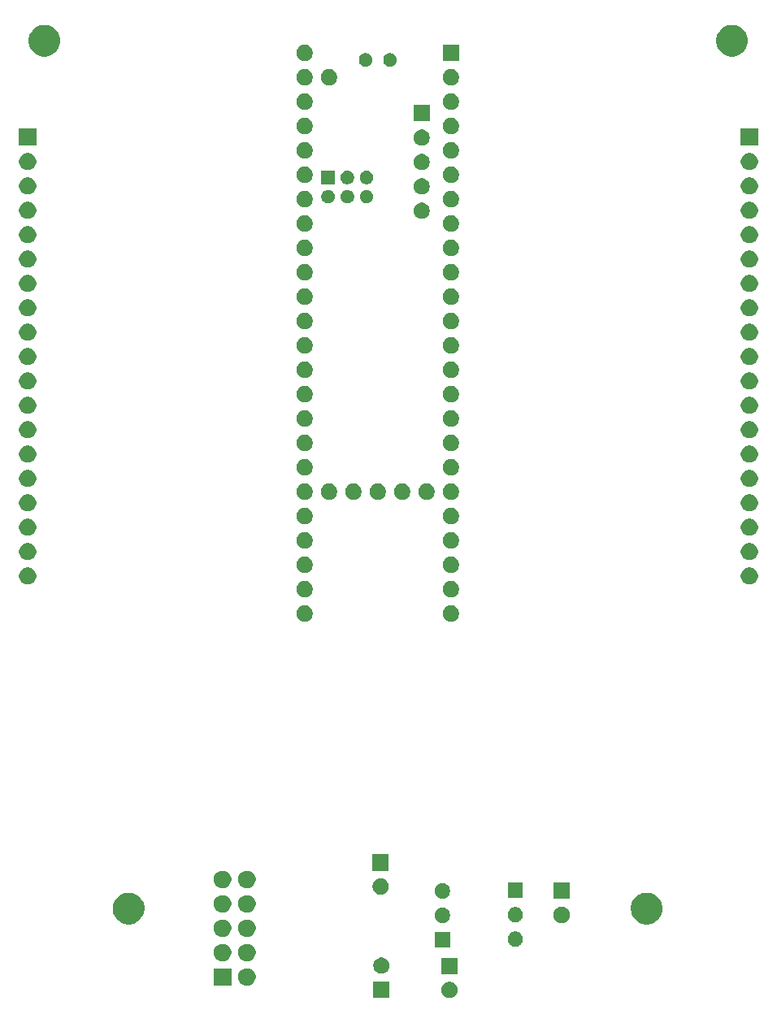
<source format=gbr>
G04 #@! TF.GenerationSoftware,KiCad,Pcbnew,(5.1.5-0)*
G04 #@! TF.CreationDate,2021-05-05T09:21:28-05:00*
G04 #@! TF.ProjectId,bells-venn,62656c6c-732d-4766-956e-6e2e6b696361,rev?*
G04 #@! TF.SameCoordinates,Original*
G04 #@! TF.FileFunction,Soldermask,Top*
G04 #@! TF.FilePolarity,Negative*
%FSLAX46Y46*%
G04 Gerber Fmt 4.6, Leading zero omitted, Abs format (unit mm)*
G04 Created by KiCad (PCBNEW (5.1.5-0)) date 2021-05-05 09:21:28*
%MOMM*%
%LPD*%
G04 APERTURE LIST*
%ADD10C,0.100000*%
G04 APERTURE END LIST*
D10*
G36*
X244850228Y-129443703D02*
G01*
X245005100Y-129507853D01*
X245144481Y-129600985D01*
X245263015Y-129719519D01*
X245356147Y-129858900D01*
X245420297Y-130013772D01*
X245453000Y-130178184D01*
X245453000Y-130345816D01*
X245420297Y-130510228D01*
X245356147Y-130665100D01*
X245263015Y-130804481D01*
X245144481Y-130923015D01*
X245005100Y-131016147D01*
X244850228Y-131080297D01*
X244685816Y-131113000D01*
X244518184Y-131113000D01*
X244353772Y-131080297D01*
X244198900Y-131016147D01*
X244059519Y-130923015D01*
X243940985Y-130804481D01*
X243847853Y-130665100D01*
X243783703Y-130510228D01*
X243751000Y-130345816D01*
X243751000Y-130178184D01*
X243783703Y-130013772D01*
X243847853Y-129858900D01*
X243940985Y-129719519D01*
X244059519Y-129600985D01*
X244198900Y-129507853D01*
X244353772Y-129443703D01*
X244518184Y-129411000D01*
X244685816Y-129411000D01*
X244850228Y-129443703D01*
G37*
G36*
X238366400Y-131076800D02*
G01*
X236664400Y-131076800D01*
X236664400Y-129374800D01*
X238366400Y-129374800D01*
X238366400Y-131076800D01*
G37*
G36*
X223761378Y-128025547D02*
G01*
X223927824Y-128094491D01*
X224077622Y-128194583D01*
X224205017Y-128321978D01*
X224305109Y-128471776D01*
X224374053Y-128638222D01*
X224409200Y-128814918D01*
X224409200Y-128995082D01*
X224374053Y-129171778D01*
X224305109Y-129338224D01*
X224205017Y-129488022D01*
X224077622Y-129615417D01*
X223927824Y-129715509D01*
X223761378Y-129784453D01*
X223584682Y-129819600D01*
X223404518Y-129819600D01*
X223227822Y-129784453D01*
X223061376Y-129715509D01*
X222911578Y-129615417D01*
X222784183Y-129488022D01*
X222684091Y-129338224D01*
X222615147Y-129171778D01*
X222580000Y-128995082D01*
X222580000Y-128814918D01*
X222615147Y-128638222D01*
X222684091Y-128471776D01*
X222784183Y-128321978D01*
X222911578Y-128194583D01*
X223061376Y-128094491D01*
X223227822Y-128025547D01*
X223404518Y-127990400D01*
X223584682Y-127990400D01*
X223761378Y-128025547D01*
G37*
G36*
X221869200Y-129819600D02*
G01*
X220040000Y-129819600D01*
X220040000Y-127990400D01*
X221869200Y-127990400D01*
X221869200Y-129819600D01*
G37*
G36*
X245453000Y-128613000D02*
G01*
X243751000Y-128613000D01*
X243751000Y-126911000D01*
X245453000Y-126911000D01*
X245453000Y-128613000D01*
G37*
G36*
X237763628Y-126907503D02*
G01*
X237918500Y-126971653D01*
X238057881Y-127064785D01*
X238176415Y-127183319D01*
X238269547Y-127322700D01*
X238333697Y-127477572D01*
X238366400Y-127641984D01*
X238366400Y-127809616D01*
X238333697Y-127974028D01*
X238269547Y-128128900D01*
X238176415Y-128268281D01*
X238057881Y-128386815D01*
X237918500Y-128479947D01*
X237763628Y-128544097D01*
X237599216Y-128576800D01*
X237431584Y-128576800D01*
X237267172Y-128544097D01*
X237112300Y-128479947D01*
X236972919Y-128386815D01*
X236854385Y-128268281D01*
X236761253Y-128128900D01*
X236697103Y-127974028D01*
X236664400Y-127809616D01*
X236664400Y-127641984D01*
X236697103Y-127477572D01*
X236761253Y-127322700D01*
X236854385Y-127183319D01*
X236972919Y-127064785D01*
X237112300Y-126971653D01*
X237267172Y-126907503D01*
X237431584Y-126874800D01*
X237599216Y-126874800D01*
X237763628Y-126907503D01*
G37*
G36*
X223761378Y-125485547D02*
G01*
X223927824Y-125554491D01*
X224077622Y-125654583D01*
X224205017Y-125781978D01*
X224305109Y-125931776D01*
X224374053Y-126098222D01*
X224409200Y-126274918D01*
X224409200Y-126455082D01*
X224374053Y-126631778D01*
X224305109Y-126798224D01*
X224205017Y-126948022D01*
X224077622Y-127075417D01*
X223927824Y-127175509D01*
X223761378Y-127244453D01*
X223584682Y-127279600D01*
X223404518Y-127279600D01*
X223227822Y-127244453D01*
X223061376Y-127175509D01*
X222911578Y-127075417D01*
X222784183Y-126948022D01*
X222684091Y-126798224D01*
X222615147Y-126631778D01*
X222580000Y-126455082D01*
X222580000Y-126274918D01*
X222615147Y-126098222D01*
X222684091Y-125931776D01*
X222784183Y-125781978D01*
X222911578Y-125654583D01*
X223061376Y-125554491D01*
X223227822Y-125485547D01*
X223404518Y-125450400D01*
X223584682Y-125450400D01*
X223761378Y-125485547D01*
G37*
G36*
X221221378Y-125485547D02*
G01*
X221387824Y-125554491D01*
X221537622Y-125654583D01*
X221665017Y-125781978D01*
X221765109Y-125931776D01*
X221834053Y-126098222D01*
X221869200Y-126274918D01*
X221869200Y-126455082D01*
X221834053Y-126631778D01*
X221765109Y-126798224D01*
X221665017Y-126948022D01*
X221537622Y-127075417D01*
X221387824Y-127175509D01*
X221221378Y-127244453D01*
X221044682Y-127279600D01*
X220864518Y-127279600D01*
X220687822Y-127244453D01*
X220521376Y-127175509D01*
X220371578Y-127075417D01*
X220244183Y-126948022D01*
X220144091Y-126798224D01*
X220075147Y-126631778D01*
X220040000Y-126455082D01*
X220040000Y-126274918D01*
X220075147Y-126098222D01*
X220144091Y-125931776D01*
X220244183Y-125781978D01*
X220371578Y-125654583D01*
X220521376Y-125554491D01*
X220687822Y-125485547D01*
X220864518Y-125450400D01*
X221044682Y-125450400D01*
X221221378Y-125485547D01*
G37*
G36*
X244666400Y-125819800D02*
G01*
X243064400Y-125819800D01*
X243064400Y-124217800D01*
X244666400Y-124217800D01*
X244666400Y-125819800D01*
G37*
G36*
X251693642Y-124197781D02*
G01*
X251839414Y-124258162D01*
X251839416Y-124258163D01*
X251970608Y-124345822D01*
X252082178Y-124457392D01*
X252134312Y-124535417D01*
X252169838Y-124588586D01*
X252230219Y-124734358D01*
X252261000Y-124889107D01*
X252261000Y-125046893D01*
X252230219Y-125201642D01*
X252169838Y-125347414D01*
X252169837Y-125347416D01*
X252082178Y-125478608D01*
X251970608Y-125590178D01*
X251839416Y-125677837D01*
X251839415Y-125677838D01*
X251839414Y-125677838D01*
X251693642Y-125738219D01*
X251538893Y-125769000D01*
X251381107Y-125769000D01*
X251226358Y-125738219D01*
X251080586Y-125677838D01*
X251080585Y-125677838D01*
X251080584Y-125677837D01*
X250949392Y-125590178D01*
X250837822Y-125478608D01*
X250750163Y-125347416D01*
X250750162Y-125347414D01*
X250689781Y-125201642D01*
X250659000Y-125046893D01*
X250659000Y-124889107D01*
X250689781Y-124734358D01*
X250750162Y-124588586D01*
X250785688Y-124535417D01*
X250837822Y-124457392D01*
X250949392Y-124345822D01*
X251080584Y-124258163D01*
X251080586Y-124258162D01*
X251226358Y-124197781D01*
X251381107Y-124167000D01*
X251538893Y-124167000D01*
X251693642Y-124197781D01*
G37*
G36*
X223761378Y-122945547D02*
G01*
X223927824Y-123014491D01*
X224077622Y-123114583D01*
X224205017Y-123241978D01*
X224305109Y-123391776D01*
X224374053Y-123558222D01*
X224409200Y-123734918D01*
X224409200Y-123915082D01*
X224374053Y-124091778D01*
X224305109Y-124258224D01*
X224205017Y-124408022D01*
X224077622Y-124535417D01*
X223927824Y-124635509D01*
X223761378Y-124704453D01*
X223584682Y-124739600D01*
X223404518Y-124739600D01*
X223227822Y-124704453D01*
X223061376Y-124635509D01*
X222911578Y-124535417D01*
X222784183Y-124408022D01*
X222684091Y-124258224D01*
X222615147Y-124091778D01*
X222580000Y-123915082D01*
X222580000Y-123734918D01*
X222615147Y-123558222D01*
X222684091Y-123391776D01*
X222784183Y-123241978D01*
X222911578Y-123114583D01*
X223061376Y-123014491D01*
X223227822Y-122945547D01*
X223404518Y-122910400D01*
X223584682Y-122910400D01*
X223761378Y-122945547D01*
G37*
G36*
X221221378Y-122945547D02*
G01*
X221387824Y-123014491D01*
X221537622Y-123114583D01*
X221665017Y-123241978D01*
X221765109Y-123391776D01*
X221834053Y-123558222D01*
X221869200Y-123734918D01*
X221869200Y-123915082D01*
X221834053Y-124091778D01*
X221765109Y-124258224D01*
X221665017Y-124408022D01*
X221537622Y-124535417D01*
X221387824Y-124635509D01*
X221221378Y-124704453D01*
X221044682Y-124739600D01*
X220864518Y-124739600D01*
X220687822Y-124704453D01*
X220521376Y-124635509D01*
X220371578Y-124535417D01*
X220244183Y-124408022D01*
X220144091Y-124258224D01*
X220075147Y-124091778D01*
X220040000Y-123915082D01*
X220040000Y-123734918D01*
X220075147Y-123558222D01*
X220144091Y-123391776D01*
X220244183Y-123241978D01*
X220371578Y-123114583D01*
X220521376Y-123014491D01*
X220687822Y-122945547D01*
X220864518Y-122910400D01*
X221044682Y-122910400D01*
X221221378Y-122945547D01*
G37*
G36*
X265525856Y-120158898D02*
G01*
X265632179Y-120180047D01*
X265766653Y-120235748D01*
X265921523Y-120299897D01*
X265932642Y-120304503D01*
X266203051Y-120485185D01*
X266433015Y-120715149D01*
X266524306Y-120851776D01*
X266613698Y-120985560D01*
X266627227Y-121018222D01*
X266700418Y-121194920D01*
X266738153Y-121286022D01*
X266801600Y-121604989D01*
X266801600Y-121930211D01*
X266768720Y-122095508D01*
X266738153Y-122249179D01*
X266698800Y-122344185D01*
X266629366Y-122511815D01*
X266613697Y-122549642D01*
X266433015Y-122820051D01*
X266203051Y-123050015D01*
X265932642Y-123230697D01*
X265932641Y-123230698D01*
X265932640Y-123230698D01*
X265888411Y-123249018D01*
X265632179Y-123355153D01*
X265525856Y-123376302D01*
X265313211Y-123418600D01*
X264987989Y-123418600D01*
X264775344Y-123376302D01*
X264669021Y-123355153D01*
X264412789Y-123249018D01*
X264368560Y-123230698D01*
X264368559Y-123230698D01*
X264368558Y-123230697D01*
X264098149Y-123050015D01*
X263868185Y-122820051D01*
X263687503Y-122549642D01*
X263671835Y-122511815D01*
X263602400Y-122344185D01*
X263563047Y-122249179D01*
X263532480Y-122095508D01*
X263499600Y-121930211D01*
X263499600Y-121604989D01*
X263563047Y-121286022D01*
X263600783Y-121194920D01*
X263673973Y-121018222D01*
X263687502Y-120985560D01*
X263776894Y-120851776D01*
X263868185Y-120715149D01*
X264098149Y-120485185D01*
X264368558Y-120304503D01*
X264379678Y-120299897D01*
X264534547Y-120235748D01*
X264669021Y-120180047D01*
X264775344Y-120158898D01*
X264987989Y-120116600D01*
X265313211Y-120116600D01*
X265525856Y-120158898D01*
G37*
G36*
X211550856Y-120158898D02*
G01*
X211657179Y-120180047D01*
X211791653Y-120235748D01*
X211946523Y-120299897D01*
X211957642Y-120304503D01*
X212228051Y-120485185D01*
X212458015Y-120715149D01*
X212549306Y-120851776D01*
X212638698Y-120985560D01*
X212652227Y-121018222D01*
X212725418Y-121194920D01*
X212763153Y-121286022D01*
X212826600Y-121604989D01*
X212826600Y-121930211D01*
X212793720Y-122095508D01*
X212763153Y-122249179D01*
X212723800Y-122344185D01*
X212654366Y-122511815D01*
X212638697Y-122549642D01*
X212458015Y-122820051D01*
X212228051Y-123050015D01*
X211957642Y-123230697D01*
X211957641Y-123230698D01*
X211957640Y-123230698D01*
X211913411Y-123249018D01*
X211657179Y-123355153D01*
X211550856Y-123376302D01*
X211338211Y-123418600D01*
X211012989Y-123418600D01*
X210800344Y-123376302D01*
X210694021Y-123355153D01*
X210437789Y-123249018D01*
X210393560Y-123230698D01*
X210393559Y-123230698D01*
X210393558Y-123230697D01*
X210123149Y-123050015D01*
X209893185Y-122820051D01*
X209712503Y-122549642D01*
X209696835Y-122511815D01*
X209627400Y-122344185D01*
X209588047Y-122249179D01*
X209557480Y-122095508D01*
X209524600Y-121930211D01*
X209524600Y-121604989D01*
X209588047Y-121286022D01*
X209625783Y-121194920D01*
X209698973Y-121018222D01*
X209712502Y-120985560D01*
X209801894Y-120851776D01*
X209893185Y-120715149D01*
X210123149Y-120485185D01*
X210393558Y-120304503D01*
X210404678Y-120299897D01*
X210559547Y-120235748D01*
X210694021Y-120180047D01*
X210800344Y-120158898D01*
X211012989Y-120116600D01*
X211338211Y-120116600D01*
X211550856Y-120158898D01*
G37*
G36*
X244099042Y-121708581D02*
G01*
X244240041Y-121766985D01*
X244244816Y-121768963D01*
X244376008Y-121856622D01*
X244487578Y-121968192D01*
X244575237Y-122099384D01*
X244575238Y-122099386D01*
X244635619Y-122245158D01*
X244666400Y-122399907D01*
X244666400Y-122557693D01*
X244635619Y-122712442D01*
X244586470Y-122831097D01*
X244575237Y-122858216D01*
X244487578Y-122989408D01*
X244376008Y-123100978D01*
X244244816Y-123188637D01*
X244244815Y-123188638D01*
X244244814Y-123188638D01*
X244099042Y-123249019D01*
X243944293Y-123279800D01*
X243786507Y-123279800D01*
X243631758Y-123249019D01*
X243485986Y-123188638D01*
X243485985Y-123188638D01*
X243485984Y-123188637D01*
X243354792Y-123100978D01*
X243243222Y-122989408D01*
X243155563Y-122858216D01*
X243144330Y-122831097D01*
X243095181Y-122712442D01*
X243064400Y-122557693D01*
X243064400Y-122399907D01*
X243095181Y-122245158D01*
X243155562Y-122099386D01*
X243155563Y-122099384D01*
X243243222Y-121968192D01*
X243354792Y-121856622D01*
X243485984Y-121768963D01*
X243490759Y-121766985D01*
X243631758Y-121708581D01*
X243786507Y-121677800D01*
X243944293Y-121677800D01*
X244099042Y-121708581D01*
G37*
G36*
X256534228Y-121609703D02*
G01*
X256689100Y-121673853D01*
X256828481Y-121766985D01*
X256947015Y-121885519D01*
X257040147Y-122024900D01*
X257104297Y-122179772D01*
X257137000Y-122344184D01*
X257137000Y-122511816D01*
X257104297Y-122676228D01*
X257040147Y-122831100D01*
X256947015Y-122970481D01*
X256828481Y-123089015D01*
X256689100Y-123182147D01*
X256534228Y-123246297D01*
X256369816Y-123279000D01*
X256202184Y-123279000D01*
X256037772Y-123246297D01*
X255882900Y-123182147D01*
X255743519Y-123089015D01*
X255624985Y-122970481D01*
X255531853Y-122831100D01*
X255467703Y-122676228D01*
X255435000Y-122511816D01*
X255435000Y-122344184D01*
X255467703Y-122179772D01*
X255531853Y-122024900D01*
X255624985Y-121885519D01*
X255743519Y-121766985D01*
X255882900Y-121673853D01*
X256037772Y-121609703D01*
X256202184Y-121577000D01*
X256369816Y-121577000D01*
X256534228Y-121609703D01*
G37*
G36*
X251693642Y-121657781D02*
G01*
X251839414Y-121718162D01*
X251839416Y-121718163D01*
X251970608Y-121805822D01*
X252082178Y-121917392D01*
X252134312Y-121995417D01*
X252169838Y-122048586D01*
X252230219Y-122194358D01*
X252261000Y-122349107D01*
X252261000Y-122506893D01*
X252230219Y-122661642D01*
X252209176Y-122712443D01*
X252169837Y-122807416D01*
X252082178Y-122938608D01*
X251970608Y-123050178D01*
X251839416Y-123137837D01*
X251839415Y-123137838D01*
X251839414Y-123137838D01*
X251693642Y-123198219D01*
X251538893Y-123229000D01*
X251381107Y-123229000D01*
X251226358Y-123198219D01*
X251080586Y-123137838D01*
X251080585Y-123137838D01*
X251080584Y-123137837D01*
X250949392Y-123050178D01*
X250837822Y-122938608D01*
X250750163Y-122807416D01*
X250710824Y-122712443D01*
X250689781Y-122661642D01*
X250659000Y-122506893D01*
X250659000Y-122349107D01*
X250689781Y-122194358D01*
X250750162Y-122048586D01*
X250785688Y-121995417D01*
X250837822Y-121917392D01*
X250949392Y-121805822D01*
X251080584Y-121718163D01*
X251080586Y-121718162D01*
X251226358Y-121657781D01*
X251381107Y-121627000D01*
X251538893Y-121627000D01*
X251693642Y-121657781D01*
G37*
G36*
X223761378Y-120405547D02*
G01*
X223927824Y-120474491D01*
X224077622Y-120574583D01*
X224205017Y-120701978D01*
X224305109Y-120851776D01*
X224374053Y-121018222D01*
X224409200Y-121194918D01*
X224409200Y-121375082D01*
X224374053Y-121551778D01*
X224305109Y-121718224D01*
X224205017Y-121868022D01*
X224077622Y-121995417D01*
X223927824Y-122095509D01*
X223761378Y-122164453D01*
X223584682Y-122199600D01*
X223404518Y-122199600D01*
X223227822Y-122164453D01*
X223061376Y-122095509D01*
X222911578Y-121995417D01*
X222784183Y-121868022D01*
X222684091Y-121718224D01*
X222615147Y-121551778D01*
X222580000Y-121375082D01*
X222580000Y-121194918D01*
X222615147Y-121018222D01*
X222684091Y-120851776D01*
X222784183Y-120701978D01*
X222911578Y-120574583D01*
X223061376Y-120474491D01*
X223227822Y-120405547D01*
X223404518Y-120370400D01*
X223584682Y-120370400D01*
X223761378Y-120405547D01*
G37*
G36*
X221221378Y-120405547D02*
G01*
X221387824Y-120474491D01*
X221537622Y-120574583D01*
X221665017Y-120701978D01*
X221765109Y-120851776D01*
X221834053Y-121018222D01*
X221869200Y-121194918D01*
X221869200Y-121375082D01*
X221834053Y-121551778D01*
X221765109Y-121718224D01*
X221665017Y-121868022D01*
X221537622Y-121995417D01*
X221387824Y-122095509D01*
X221221378Y-122164453D01*
X221044682Y-122199600D01*
X220864518Y-122199600D01*
X220687822Y-122164453D01*
X220521376Y-122095509D01*
X220371578Y-121995417D01*
X220244183Y-121868022D01*
X220144091Y-121718224D01*
X220075147Y-121551778D01*
X220040000Y-121375082D01*
X220040000Y-121194918D01*
X220075147Y-121018222D01*
X220144091Y-120851776D01*
X220244183Y-120701978D01*
X220371578Y-120574583D01*
X220521376Y-120474491D01*
X220687822Y-120405547D01*
X220864518Y-120370400D01*
X221044682Y-120370400D01*
X221221378Y-120405547D01*
G37*
G36*
X257137000Y-120779000D02*
G01*
X255435000Y-120779000D01*
X255435000Y-119077000D01*
X257137000Y-119077000D01*
X257137000Y-120779000D01*
G37*
G36*
X244099042Y-119168581D02*
G01*
X244244814Y-119228962D01*
X244244816Y-119228963D01*
X244376008Y-119316622D01*
X244487578Y-119428192D01*
X244575237Y-119559384D01*
X244575238Y-119559386D01*
X244635619Y-119705158D01*
X244666400Y-119859907D01*
X244666400Y-120017693D01*
X244635619Y-120172442D01*
X244582826Y-120299895D01*
X244575237Y-120318216D01*
X244487578Y-120449408D01*
X244376008Y-120560978D01*
X244244816Y-120648637D01*
X244244815Y-120648638D01*
X244244814Y-120648638D01*
X244099042Y-120709019D01*
X243944293Y-120739800D01*
X243786507Y-120739800D01*
X243631758Y-120709019D01*
X243485986Y-120648638D01*
X243485985Y-120648638D01*
X243485984Y-120648637D01*
X243354792Y-120560978D01*
X243243222Y-120449408D01*
X243155563Y-120318216D01*
X243147974Y-120299895D01*
X243095181Y-120172442D01*
X243064400Y-120017693D01*
X243064400Y-119859907D01*
X243095181Y-119705158D01*
X243155562Y-119559386D01*
X243155563Y-119559384D01*
X243243222Y-119428192D01*
X243354792Y-119316622D01*
X243485984Y-119228963D01*
X243485986Y-119228962D01*
X243631758Y-119168581D01*
X243786507Y-119137800D01*
X243944293Y-119137800D01*
X244099042Y-119168581D01*
G37*
G36*
X252261000Y-120689000D02*
G01*
X250659000Y-120689000D01*
X250659000Y-119087000D01*
X252261000Y-119087000D01*
X252261000Y-120689000D01*
G37*
G36*
X237687428Y-118663303D02*
G01*
X237842300Y-118727453D01*
X237981681Y-118820585D01*
X238100215Y-118939119D01*
X238193347Y-119078500D01*
X238257497Y-119233372D01*
X238290200Y-119397784D01*
X238290200Y-119565416D01*
X238257497Y-119729828D01*
X238193347Y-119884700D01*
X238100215Y-120024081D01*
X237981681Y-120142615D01*
X237842300Y-120235747D01*
X237687428Y-120299897D01*
X237523016Y-120332600D01*
X237355384Y-120332600D01*
X237190972Y-120299897D01*
X237036100Y-120235747D01*
X236896719Y-120142615D01*
X236778185Y-120024081D01*
X236685053Y-119884700D01*
X236620903Y-119729828D01*
X236588200Y-119565416D01*
X236588200Y-119397784D01*
X236620903Y-119233372D01*
X236685053Y-119078500D01*
X236778185Y-118939119D01*
X236896719Y-118820585D01*
X237036100Y-118727453D01*
X237190972Y-118663303D01*
X237355384Y-118630600D01*
X237523016Y-118630600D01*
X237687428Y-118663303D01*
G37*
G36*
X223761378Y-117865547D02*
G01*
X223927824Y-117934491D01*
X224077622Y-118034583D01*
X224205017Y-118161978D01*
X224305109Y-118311776D01*
X224374053Y-118478222D01*
X224409200Y-118654918D01*
X224409200Y-118835082D01*
X224374053Y-119011778D01*
X224305109Y-119178224D01*
X224205017Y-119328022D01*
X224077622Y-119455417D01*
X223927824Y-119555509D01*
X223761378Y-119624453D01*
X223584682Y-119659600D01*
X223404518Y-119659600D01*
X223227822Y-119624453D01*
X223061376Y-119555509D01*
X222911578Y-119455417D01*
X222784183Y-119328022D01*
X222684091Y-119178224D01*
X222615147Y-119011778D01*
X222580000Y-118835082D01*
X222580000Y-118654918D01*
X222615147Y-118478222D01*
X222684091Y-118311776D01*
X222784183Y-118161978D01*
X222911578Y-118034583D01*
X223061376Y-117934491D01*
X223227822Y-117865547D01*
X223404518Y-117830400D01*
X223584682Y-117830400D01*
X223761378Y-117865547D01*
G37*
G36*
X221221378Y-117865547D02*
G01*
X221387824Y-117934491D01*
X221537622Y-118034583D01*
X221665017Y-118161978D01*
X221765109Y-118311776D01*
X221834053Y-118478222D01*
X221869200Y-118654918D01*
X221869200Y-118835082D01*
X221834053Y-119011778D01*
X221765109Y-119178224D01*
X221665017Y-119328022D01*
X221537622Y-119455417D01*
X221387824Y-119555509D01*
X221221378Y-119624453D01*
X221044682Y-119659600D01*
X220864518Y-119659600D01*
X220687822Y-119624453D01*
X220521376Y-119555509D01*
X220371578Y-119455417D01*
X220244183Y-119328022D01*
X220144091Y-119178224D01*
X220075147Y-119011778D01*
X220040000Y-118835082D01*
X220040000Y-118654918D01*
X220075147Y-118478222D01*
X220144091Y-118311776D01*
X220244183Y-118161978D01*
X220371578Y-118034583D01*
X220521376Y-117934491D01*
X220687822Y-117865547D01*
X220864518Y-117830400D01*
X221044682Y-117830400D01*
X221221378Y-117865547D01*
G37*
G36*
X238290200Y-117832600D02*
G01*
X236588200Y-117832600D01*
X236588200Y-116130600D01*
X238290200Y-116130600D01*
X238290200Y-117832600D01*
G37*
G36*
X229762628Y-90215303D02*
G01*
X229917500Y-90279453D01*
X230056881Y-90372585D01*
X230175415Y-90491119D01*
X230268547Y-90630500D01*
X230332697Y-90785372D01*
X230365400Y-90949784D01*
X230365400Y-91117416D01*
X230332697Y-91281828D01*
X230268547Y-91436700D01*
X230175415Y-91576081D01*
X230056881Y-91694615D01*
X229917500Y-91787747D01*
X229762628Y-91851897D01*
X229598216Y-91884600D01*
X229430584Y-91884600D01*
X229266172Y-91851897D01*
X229111300Y-91787747D01*
X228971919Y-91694615D01*
X228853385Y-91576081D01*
X228760253Y-91436700D01*
X228696103Y-91281828D01*
X228663400Y-91117416D01*
X228663400Y-90949784D01*
X228696103Y-90785372D01*
X228760253Y-90630500D01*
X228853385Y-90491119D01*
X228971919Y-90372585D01*
X229111300Y-90279453D01*
X229266172Y-90215303D01*
X229430584Y-90182600D01*
X229598216Y-90182600D01*
X229762628Y-90215303D01*
G37*
G36*
X245002628Y-90215303D02*
G01*
X245157500Y-90279453D01*
X245296881Y-90372585D01*
X245415415Y-90491119D01*
X245508547Y-90630500D01*
X245572697Y-90785372D01*
X245605400Y-90949784D01*
X245605400Y-91117416D01*
X245572697Y-91281828D01*
X245508547Y-91436700D01*
X245415415Y-91576081D01*
X245296881Y-91694615D01*
X245157500Y-91787747D01*
X245002628Y-91851897D01*
X244838216Y-91884600D01*
X244670584Y-91884600D01*
X244506172Y-91851897D01*
X244351300Y-91787747D01*
X244211919Y-91694615D01*
X244093385Y-91576081D01*
X244000253Y-91436700D01*
X243936103Y-91281828D01*
X243903400Y-91117416D01*
X243903400Y-90949784D01*
X243936103Y-90785372D01*
X244000253Y-90630500D01*
X244093385Y-90491119D01*
X244211919Y-90372585D01*
X244351300Y-90279453D01*
X244506172Y-90215303D01*
X244670584Y-90182600D01*
X244838216Y-90182600D01*
X245002628Y-90215303D01*
G37*
G36*
X229762628Y-87675303D02*
G01*
X229917500Y-87739453D01*
X230056881Y-87832585D01*
X230175415Y-87951119D01*
X230268547Y-88090500D01*
X230332697Y-88245372D01*
X230365400Y-88409784D01*
X230365400Y-88577416D01*
X230332697Y-88741828D01*
X230268547Y-88896700D01*
X230175415Y-89036081D01*
X230056881Y-89154615D01*
X229917500Y-89247747D01*
X229762628Y-89311897D01*
X229598216Y-89344600D01*
X229430584Y-89344600D01*
X229266172Y-89311897D01*
X229111300Y-89247747D01*
X228971919Y-89154615D01*
X228853385Y-89036081D01*
X228760253Y-88896700D01*
X228696103Y-88741828D01*
X228663400Y-88577416D01*
X228663400Y-88409784D01*
X228696103Y-88245372D01*
X228760253Y-88090500D01*
X228853385Y-87951119D01*
X228971919Y-87832585D01*
X229111300Y-87739453D01*
X229266172Y-87675303D01*
X229430584Y-87642600D01*
X229598216Y-87642600D01*
X229762628Y-87675303D01*
G37*
G36*
X245002628Y-87675303D02*
G01*
X245157500Y-87739453D01*
X245296881Y-87832585D01*
X245415415Y-87951119D01*
X245508547Y-88090500D01*
X245572697Y-88245372D01*
X245605400Y-88409784D01*
X245605400Y-88577416D01*
X245572697Y-88741828D01*
X245508547Y-88896700D01*
X245415415Y-89036081D01*
X245296881Y-89154615D01*
X245157500Y-89247747D01*
X245002628Y-89311897D01*
X244838216Y-89344600D01*
X244670584Y-89344600D01*
X244506172Y-89311897D01*
X244351300Y-89247747D01*
X244211919Y-89154615D01*
X244093385Y-89036081D01*
X244000253Y-88896700D01*
X243936103Y-88741828D01*
X243903400Y-88577416D01*
X243903400Y-88409784D01*
X243936103Y-88245372D01*
X244000253Y-88090500D01*
X244093385Y-87951119D01*
X244211919Y-87832585D01*
X244351300Y-87739453D01*
X244506172Y-87675303D01*
X244670584Y-87642600D01*
X244838216Y-87642600D01*
X245002628Y-87675303D01*
G37*
G36*
X200773512Y-86225927D02*
G01*
X200922812Y-86255624D01*
X201086784Y-86323544D01*
X201234354Y-86422147D01*
X201359853Y-86547646D01*
X201458456Y-86695216D01*
X201526376Y-86859188D01*
X201561000Y-87033259D01*
X201561000Y-87210741D01*
X201526376Y-87384812D01*
X201458456Y-87548784D01*
X201359853Y-87696354D01*
X201234354Y-87821853D01*
X201086784Y-87920456D01*
X200922812Y-87988376D01*
X200773512Y-88018073D01*
X200748742Y-88023000D01*
X200571258Y-88023000D01*
X200546488Y-88018073D01*
X200397188Y-87988376D01*
X200233216Y-87920456D01*
X200085646Y-87821853D01*
X199960147Y-87696354D01*
X199861544Y-87548784D01*
X199793624Y-87384812D01*
X199759000Y-87210741D01*
X199759000Y-87033259D01*
X199793624Y-86859188D01*
X199861544Y-86695216D01*
X199960147Y-86547646D01*
X200085646Y-86422147D01*
X200233216Y-86323544D01*
X200397188Y-86255624D01*
X200546488Y-86225927D01*
X200571258Y-86221000D01*
X200748742Y-86221000D01*
X200773512Y-86225927D01*
G37*
G36*
X275957512Y-86225927D02*
G01*
X276106812Y-86255624D01*
X276270784Y-86323544D01*
X276418354Y-86422147D01*
X276543853Y-86547646D01*
X276642456Y-86695216D01*
X276710376Y-86859188D01*
X276745000Y-87033259D01*
X276745000Y-87210741D01*
X276710376Y-87384812D01*
X276642456Y-87548784D01*
X276543853Y-87696354D01*
X276418354Y-87821853D01*
X276270784Y-87920456D01*
X276106812Y-87988376D01*
X275957512Y-88018073D01*
X275932742Y-88023000D01*
X275755258Y-88023000D01*
X275730488Y-88018073D01*
X275581188Y-87988376D01*
X275417216Y-87920456D01*
X275269646Y-87821853D01*
X275144147Y-87696354D01*
X275045544Y-87548784D01*
X274977624Y-87384812D01*
X274943000Y-87210741D01*
X274943000Y-87033259D01*
X274977624Y-86859188D01*
X275045544Y-86695216D01*
X275144147Y-86547646D01*
X275269646Y-86422147D01*
X275417216Y-86323544D01*
X275581188Y-86255624D01*
X275730488Y-86225927D01*
X275755258Y-86221000D01*
X275932742Y-86221000D01*
X275957512Y-86225927D01*
G37*
G36*
X229762628Y-85135303D02*
G01*
X229917500Y-85199453D01*
X230056881Y-85292585D01*
X230175415Y-85411119D01*
X230268547Y-85550500D01*
X230332697Y-85705372D01*
X230365400Y-85869784D01*
X230365400Y-86037416D01*
X230332697Y-86201828D01*
X230268547Y-86356700D01*
X230175415Y-86496081D01*
X230056881Y-86614615D01*
X229917500Y-86707747D01*
X229762628Y-86771897D01*
X229598216Y-86804600D01*
X229430584Y-86804600D01*
X229266172Y-86771897D01*
X229111300Y-86707747D01*
X228971919Y-86614615D01*
X228853385Y-86496081D01*
X228760253Y-86356700D01*
X228696103Y-86201828D01*
X228663400Y-86037416D01*
X228663400Y-85869784D01*
X228696103Y-85705372D01*
X228760253Y-85550500D01*
X228853385Y-85411119D01*
X228971919Y-85292585D01*
X229111300Y-85199453D01*
X229266172Y-85135303D01*
X229430584Y-85102600D01*
X229598216Y-85102600D01*
X229762628Y-85135303D01*
G37*
G36*
X245002628Y-85135303D02*
G01*
X245157500Y-85199453D01*
X245296881Y-85292585D01*
X245415415Y-85411119D01*
X245508547Y-85550500D01*
X245572697Y-85705372D01*
X245605400Y-85869784D01*
X245605400Y-86037416D01*
X245572697Y-86201828D01*
X245508547Y-86356700D01*
X245415415Y-86496081D01*
X245296881Y-86614615D01*
X245157500Y-86707747D01*
X245002628Y-86771897D01*
X244838216Y-86804600D01*
X244670584Y-86804600D01*
X244506172Y-86771897D01*
X244351300Y-86707747D01*
X244211919Y-86614615D01*
X244093385Y-86496081D01*
X244000253Y-86356700D01*
X243936103Y-86201828D01*
X243903400Y-86037416D01*
X243903400Y-85869784D01*
X243936103Y-85705372D01*
X244000253Y-85550500D01*
X244093385Y-85411119D01*
X244211919Y-85292585D01*
X244351300Y-85199453D01*
X244506172Y-85135303D01*
X244670584Y-85102600D01*
X244838216Y-85102600D01*
X245002628Y-85135303D01*
G37*
G36*
X200773512Y-83685927D02*
G01*
X200922812Y-83715624D01*
X201086784Y-83783544D01*
X201234354Y-83882147D01*
X201359853Y-84007646D01*
X201458456Y-84155216D01*
X201526376Y-84319188D01*
X201561000Y-84493259D01*
X201561000Y-84670741D01*
X201526376Y-84844812D01*
X201458456Y-85008784D01*
X201359853Y-85156354D01*
X201234354Y-85281853D01*
X201086784Y-85380456D01*
X200922812Y-85448376D01*
X200773512Y-85478073D01*
X200748742Y-85483000D01*
X200571258Y-85483000D01*
X200546488Y-85478073D01*
X200397188Y-85448376D01*
X200233216Y-85380456D01*
X200085646Y-85281853D01*
X199960147Y-85156354D01*
X199861544Y-85008784D01*
X199793624Y-84844812D01*
X199759000Y-84670741D01*
X199759000Y-84493259D01*
X199793624Y-84319188D01*
X199861544Y-84155216D01*
X199960147Y-84007646D01*
X200085646Y-83882147D01*
X200233216Y-83783544D01*
X200397188Y-83715624D01*
X200546488Y-83685927D01*
X200571258Y-83681000D01*
X200748742Y-83681000D01*
X200773512Y-83685927D01*
G37*
G36*
X275957512Y-83685927D02*
G01*
X276106812Y-83715624D01*
X276270784Y-83783544D01*
X276418354Y-83882147D01*
X276543853Y-84007646D01*
X276642456Y-84155216D01*
X276710376Y-84319188D01*
X276745000Y-84493259D01*
X276745000Y-84670741D01*
X276710376Y-84844812D01*
X276642456Y-85008784D01*
X276543853Y-85156354D01*
X276418354Y-85281853D01*
X276270784Y-85380456D01*
X276106812Y-85448376D01*
X275957512Y-85478073D01*
X275932742Y-85483000D01*
X275755258Y-85483000D01*
X275730488Y-85478073D01*
X275581188Y-85448376D01*
X275417216Y-85380456D01*
X275269646Y-85281853D01*
X275144147Y-85156354D01*
X275045544Y-85008784D01*
X274977624Y-84844812D01*
X274943000Y-84670741D01*
X274943000Y-84493259D01*
X274977624Y-84319188D01*
X275045544Y-84155216D01*
X275144147Y-84007646D01*
X275269646Y-83882147D01*
X275417216Y-83783544D01*
X275581188Y-83715624D01*
X275730488Y-83685927D01*
X275755258Y-83681000D01*
X275932742Y-83681000D01*
X275957512Y-83685927D01*
G37*
G36*
X229762628Y-82595303D02*
G01*
X229917500Y-82659453D01*
X230056881Y-82752585D01*
X230175415Y-82871119D01*
X230268547Y-83010500D01*
X230332697Y-83165372D01*
X230365400Y-83329784D01*
X230365400Y-83497416D01*
X230332697Y-83661828D01*
X230268547Y-83816700D01*
X230175415Y-83956081D01*
X230056881Y-84074615D01*
X229917500Y-84167747D01*
X229762628Y-84231897D01*
X229598216Y-84264600D01*
X229430584Y-84264600D01*
X229266172Y-84231897D01*
X229111300Y-84167747D01*
X228971919Y-84074615D01*
X228853385Y-83956081D01*
X228760253Y-83816700D01*
X228696103Y-83661828D01*
X228663400Y-83497416D01*
X228663400Y-83329784D01*
X228696103Y-83165372D01*
X228760253Y-83010500D01*
X228853385Y-82871119D01*
X228971919Y-82752585D01*
X229111300Y-82659453D01*
X229266172Y-82595303D01*
X229430584Y-82562600D01*
X229598216Y-82562600D01*
X229762628Y-82595303D01*
G37*
G36*
X245002628Y-82595303D02*
G01*
X245157500Y-82659453D01*
X245296881Y-82752585D01*
X245415415Y-82871119D01*
X245508547Y-83010500D01*
X245572697Y-83165372D01*
X245605400Y-83329784D01*
X245605400Y-83497416D01*
X245572697Y-83661828D01*
X245508547Y-83816700D01*
X245415415Y-83956081D01*
X245296881Y-84074615D01*
X245157500Y-84167747D01*
X245002628Y-84231897D01*
X244838216Y-84264600D01*
X244670584Y-84264600D01*
X244506172Y-84231897D01*
X244351300Y-84167747D01*
X244211919Y-84074615D01*
X244093385Y-83956081D01*
X244000253Y-83816700D01*
X243936103Y-83661828D01*
X243903400Y-83497416D01*
X243903400Y-83329784D01*
X243936103Y-83165372D01*
X244000253Y-83010500D01*
X244093385Y-82871119D01*
X244211919Y-82752585D01*
X244351300Y-82659453D01*
X244506172Y-82595303D01*
X244670584Y-82562600D01*
X244838216Y-82562600D01*
X245002628Y-82595303D01*
G37*
G36*
X275957512Y-81145927D02*
G01*
X276106812Y-81175624D01*
X276270784Y-81243544D01*
X276418354Y-81342147D01*
X276543853Y-81467646D01*
X276642456Y-81615216D01*
X276710376Y-81779188D01*
X276745000Y-81953259D01*
X276745000Y-82130741D01*
X276710376Y-82304812D01*
X276642456Y-82468784D01*
X276543853Y-82616354D01*
X276418354Y-82741853D01*
X276270784Y-82840456D01*
X276106812Y-82908376D01*
X275957512Y-82938073D01*
X275932742Y-82943000D01*
X275755258Y-82943000D01*
X275730488Y-82938073D01*
X275581188Y-82908376D01*
X275417216Y-82840456D01*
X275269646Y-82741853D01*
X275144147Y-82616354D01*
X275045544Y-82468784D01*
X274977624Y-82304812D01*
X274943000Y-82130741D01*
X274943000Y-81953259D01*
X274977624Y-81779188D01*
X275045544Y-81615216D01*
X275144147Y-81467646D01*
X275269646Y-81342147D01*
X275417216Y-81243544D01*
X275581188Y-81175624D01*
X275730488Y-81145927D01*
X275755258Y-81141000D01*
X275932742Y-81141000D01*
X275957512Y-81145927D01*
G37*
G36*
X200773512Y-81145927D02*
G01*
X200922812Y-81175624D01*
X201086784Y-81243544D01*
X201234354Y-81342147D01*
X201359853Y-81467646D01*
X201458456Y-81615216D01*
X201526376Y-81779188D01*
X201561000Y-81953259D01*
X201561000Y-82130741D01*
X201526376Y-82304812D01*
X201458456Y-82468784D01*
X201359853Y-82616354D01*
X201234354Y-82741853D01*
X201086784Y-82840456D01*
X200922812Y-82908376D01*
X200773512Y-82938073D01*
X200748742Y-82943000D01*
X200571258Y-82943000D01*
X200546488Y-82938073D01*
X200397188Y-82908376D01*
X200233216Y-82840456D01*
X200085646Y-82741853D01*
X199960147Y-82616354D01*
X199861544Y-82468784D01*
X199793624Y-82304812D01*
X199759000Y-82130741D01*
X199759000Y-81953259D01*
X199793624Y-81779188D01*
X199861544Y-81615216D01*
X199960147Y-81467646D01*
X200085646Y-81342147D01*
X200233216Y-81243544D01*
X200397188Y-81175624D01*
X200546488Y-81145927D01*
X200571258Y-81141000D01*
X200748742Y-81141000D01*
X200773512Y-81145927D01*
G37*
G36*
X229762628Y-80055303D02*
G01*
X229917500Y-80119453D01*
X230056881Y-80212585D01*
X230175415Y-80331119D01*
X230268547Y-80470500D01*
X230332697Y-80625372D01*
X230365400Y-80789784D01*
X230365400Y-80957416D01*
X230332697Y-81121828D01*
X230268547Y-81276700D01*
X230175415Y-81416081D01*
X230056881Y-81534615D01*
X229917500Y-81627747D01*
X229762628Y-81691897D01*
X229598216Y-81724600D01*
X229430584Y-81724600D01*
X229266172Y-81691897D01*
X229111300Y-81627747D01*
X228971919Y-81534615D01*
X228853385Y-81416081D01*
X228760253Y-81276700D01*
X228696103Y-81121828D01*
X228663400Y-80957416D01*
X228663400Y-80789784D01*
X228696103Y-80625372D01*
X228760253Y-80470500D01*
X228853385Y-80331119D01*
X228971919Y-80212585D01*
X229111300Y-80119453D01*
X229266172Y-80055303D01*
X229430584Y-80022600D01*
X229598216Y-80022600D01*
X229762628Y-80055303D01*
G37*
G36*
X245002628Y-80055303D02*
G01*
X245157500Y-80119453D01*
X245296881Y-80212585D01*
X245415415Y-80331119D01*
X245508547Y-80470500D01*
X245572697Y-80625372D01*
X245605400Y-80789784D01*
X245605400Y-80957416D01*
X245572697Y-81121828D01*
X245508547Y-81276700D01*
X245415415Y-81416081D01*
X245296881Y-81534615D01*
X245157500Y-81627747D01*
X245002628Y-81691897D01*
X244838216Y-81724600D01*
X244670584Y-81724600D01*
X244506172Y-81691897D01*
X244351300Y-81627747D01*
X244211919Y-81534615D01*
X244093385Y-81416081D01*
X244000253Y-81276700D01*
X243936103Y-81121828D01*
X243903400Y-80957416D01*
X243903400Y-80789784D01*
X243936103Y-80625372D01*
X244000253Y-80470500D01*
X244093385Y-80331119D01*
X244211919Y-80212585D01*
X244351300Y-80119453D01*
X244506172Y-80055303D01*
X244670584Y-80022600D01*
X244838216Y-80022600D01*
X245002628Y-80055303D01*
G37*
G36*
X275957512Y-78605927D02*
G01*
X276106812Y-78635624D01*
X276270784Y-78703544D01*
X276418354Y-78802147D01*
X276543853Y-78927646D01*
X276642456Y-79075216D01*
X276710376Y-79239188D01*
X276745000Y-79413259D01*
X276745000Y-79590741D01*
X276710376Y-79764812D01*
X276642456Y-79928784D01*
X276543853Y-80076354D01*
X276418354Y-80201853D01*
X276270784Y-80300456D01*
X276106812Y-80368376D01*
X275957512Y-80398073D01*
X275932742Y-80403000D01*
X275755258Y-80403000D01*
X275730488Y-80398073D01*
X275581188Y-80368376D01*
X275417216Y-80300456D01*
X275269646Y-80201853D01*
X275144147Y-80076354D01*
X275045544Y-79928784D01*
X274977624Y-79764812D01*
X274943000Y-79590741D01*
X274943000Y-79413259D01*
X274977624Y-79239188D01*
X275045544Y-79075216D01*
X275144147Y-78927646D01*
X275269646Y-78802147D01*
X275417216Y-78703544D01*
X275581188Y-78635624D01*
X275730488Y-78605927D01*
X275755258Y-78601000D01*
X275932742Y-78601000D01*
X275957512Y-78605927D01*
G37*
G36*
X200773512Y-78605927D02*
G01*
X200922812Y-78635624D01*
X201086784Y-78703544D01*
X201234354Y-78802147D01*
X201359853Y-78927646D01*
X201458456Y-79075216D01*
X201526376Y-79239188D01*
X201561000Y-79413259D01*
X201561000Y-79590741D01*
X201526376Y-79764812D01*
X201458456Y-79928784D01*
X201359853Y-80076354D01*
X201234354Y-80201853D01*
X201086784Y-80300456D01*
X200922812Y-80368376D01*
X200773512Y-80398073D01*
X200748742Y-80403000D01*
X200571258Y-80403000D01*
X200546488Y-80398073D01*
X200397188Y-80368376D01*
X200233216Y-80300456D01*
X200085646Y-80201853D01*
X199960147Y-80076354D01*
X199861544Y-79928784D01*
X199793624Y-79764812D01*
X199759000Y-79590741D01*
X199759000Y-79413259D01*
X199793624Y-79239188D01*
X199861544Y-79075216D01*
X199960147Y-78927646D01*
X200085646Y-78802147D01*
X200233216Y-78703544D01*
X200397188Y-78635624D01*
X200546488Y-78605927D01*
X200571258Y-78601000D01*
X200748742Y-78601000D01*
X200773512Y-78605927D01*
G37*
G36*
X239922628Y-77515303D02*
G01*
X240077500Y-77579453D01*
X240216881Y-77672585D01*
X240335415Y-77791119D01*
X240428547Y-77930500D01*
X240492697Y-78085372D01*
X240525400Y-78249784D01*
X240525400Y-78417416D01*
X240492697Y-78581828D01*
X240428547Y-78736700D01*
X240335415Y-78876081D01*
X240216881Y-78994615D01*
X240077500Y-79087747D01*
X239922628Y-79151897D01*
X239758216Y-79184600D01*
X239590584Y-79184600D01*
X239426172Y-79151897D01*
X239271300Y-79087747D01*
X239131919Y-78994615D01*
X239013385Y-78876081D01*
X238920253Y-78736700D01*
X238856103Y-78581828D01*
X238823400Y-78417416D01*
X238823400Y-78249784D01*
X238856103Y-78085372D01*
X238920253Y-77930500D01*
X239013385Y-77791119D01*
X239131919Y-77672585D01*
X239271300Y-77579453D01*
X239426172Y-77515303D01*
X239590584Y-77482600D01*
X239758216Y-77482600D01*
X239922628Y-77515303D01*
G37*
G36*
X234842628Y-77515303D02*
G01*
X234997500Y-77579453D01*
X235136881Y-77672585D01*
X235255415Y-77791119D01*
X235348547Y-77930500D01*
X235412697Y-78085372D01*
X235445400Y-78249784D01*
X235445400Y-78417416D01*
X235412697Y-78581828D01*
X235348547Y-78736700D01*
X235255415Y-78876081D01*
X235136881Y-78994615D01*
X234997500Y-79087747D01*
X234842628Y-79151897D01*
X234678216Y-79184600D01*
X234510584Y-79184600D01*
X234346172Y-79151897D01*
X234191300Y-79087747D01*
X234051919Y-78994615D01*
X233933385Y-78876081D01*
X233840253Y-78736700D01*
X233776103Y-78581828D01*
X233743400Y-78417416D01*
X233743400Y-78249784D01*
X233776103Y-78085372D01*
X233840253Y-77930500D01*
X233933385Y-77791119D01*
X234051919Y-77672585D01*
X234191300Y-77579453D01*
X234346172Y-77515303D01*
X234510584Y-77482600D01*
X234678216Y-77482600D01*
X234842628Y-77515303D01*
G37*
G36*
X229762628Y-77515303D02*
G01*
X229917500Y-77579453D01*
X230056881Y-77672585D01*
X230175415Y-77791119D01*
X230268547Y-77930500D01*
X230332697Y-78085372D01*
X230365400Y-78249784D01*
X230365400Y-78417416D01*
X230332697Y-78581828D01*
X230268547Y-78736700D01*
X230175415Y-78876081D01*
X230056881Y-78994615D01*
X229917500Y-79087747D01*
X229762628Y-79151897D01*
X229598216Y-79184600D01*
X229430584Y-79184600D01*
X229266172Y-79151897D01*
X229111300Y-79087747D01*
X228971919Y-78994615D01*
X228853385Y-78876081D01*
X228760253Y-78736700D01*
X228696103Y-78581828D01*
X228663400Y-78417416D01*
X228663400Y-78249784D01*
X228696103Y-78085372D01*
X228760253Y-77930500D01*
X228853385Y-77791119D01*
X228971919Y-77672585D01*
X229111300Y-77579453D01*
X229266172Y-77515303D01*
X229430584Y-77482600D01*
X229598216Y-77482600D01*
X229762628Y-77515303D01*
G37*
G36*
X232302628Y-77515303D02*
G01*
X232457500Y-77579453D01*
X232596881Y-77672585D01*
X232715415Y-77791119D01*
X232808547Y-77930500D01*
X232872697Y-78085372D01*
X232905400Y-78249784D01*
X232905400Y-78417416D01*
X232872697Y-78581828D01*
X232808547Y-78736700D01*
X232715415Y-78876081D01*
X232596881Y-78994615D01*
X232457500Y-79087747D01*
X232302628Y-79151897D01*
X232138216Y-79184600D01*
X231970584Y-79184600D01*
X231806172Y-79151897D01*
X231651300Y-79087747D01*
X231511919Y-78994615D01*
X231393385Y-78876081D01*
X231300253Y-78736700D01*
X231236103Y-78581828D01*
X231203400Y-78417416D01*
X231203400Y-78249784D01*
X231236103Y-78085372D01*
X231300253Y-77930500D01*
X231393385Y-77791119D01*
X231511919Y-77672585D01*
X231651300Y-77579453D01*
X231806172Y-77515303D01*
X231970584Y-77482600D01*
X232138216Y-77482600D01*
X232302628Y-77515303D01*
G37*
G36*
X237382628Y-77515303D02*
G01*
X237537500Y-77579453D01*
X237676881Y-77672585D01*
X237795415Y-77791119D01*
X237888547Y-77930500D01*
X237952697Y-78085372D01*
X237985400Y-78249784D01*
X237985400Y-78417416D01*
X237952697Y-78581828D01*
X237888547Y-78736700D01*
X237795415Y-78876081D01*
X237676881Y-78994615D01*
X237537500Y-79087747D01*
X237382628Y-79151897D01*
X237218216Y-79184600D01*
X237050584Y-79184600D01*
X236886172Y-79151897D01*
X236731300Y-79087747D01*
X236591919Y-78994615D01*
X236473385Y-78876081D01*
X236380253Y-78736700D01*
X236316103Y-78581828D01*
X236283400Y-78417416D01*
X236283400Y-78249784D01*
X236316103Y-78085372D01*
X236380253Y-77930500D01*
X236473385Y-77791119D01*
X236591919Y-77672585D01*
X236731300Y-77579453D01*
X236886172Y-77515303D01*
X237050584Y-77482600D01*
X237218216Y-77482600D01*
X237382628Y-77515303D01*
G37*
G36*
X245002628Y-77515303D02*
G01*
X245157500Y-77579453D01*
X245296881Y-77672585D01*
X245415415Y-77791119D01*
X245508547Y-77930500D01*
X245572697Y-78085372D01*
X245605400Y-78249784D01*
X245605400Y-78417416D01*
X245572697Y-78581828D01*
X245508547Y-78736700D01*
X245415415Y-78876081D01*
X245296881Y-78994615D01*
X245157500Y-79087747D01*
X245002628Y-79151897D01*
X244838216Y-79184600D01*
X244670584Y-79184600D01*
X244506172Y-79151897D01*
X244351300Y-79087747D01*
X244211919Y-78994615D01*
X244093385Y-78876081D01*
X244000253Y-78736700D01*
X243936103Y-78581828D01*
X243903400Y-78417416D01*
X243903400Y-78249784D01*
X243936103Y-78085372D01*
X244000253Y-77930500D01*
X244093385Y-77791119D01*
X244211919Y-77672585D01*
X244351300Y-77579453D01*
X244506172Y-77515303D01*
X244670584Y-77482600D01*
X244838216Y-77482600D01*
X245002628Y-77515303D01*
G37*
G36*
X242462628Y-77515303D02*
G01*
X242617500Y-77579453D01*
X242756881Y-77672585D01*
X242875415Y-77791119D01*
X242968547Y-77930500D01*
X243032697Y-78085372D01*
X243065400Y-78249784D01*
X243065400Y-78417416D01*
X243032697Y-78581828D01*
X242968547Y-78736700D01*
X242875415Y-78876081D01*
X242756881Y-78994615D01*
X242617500Y-79087747D01*
X242462628Y-79151897D01*
X242298216Y-79184600D01*
X242130584Y-79184600D01*
X241966172Y-79151897D01*
X241811300Y-79087747D01*
X241671919Y-78994615D01*
X241553385Y-78876081D01*
X241460253Y-78736700D01*
X241396103Y-78581828D01*
X241363400Y-78417416D01*
X241363400Y-78249784D01*
X241396103Y-78085372D01*
X241460253Y-77930500D01*
X241553385Y-77791119D01*
X241671919Y-77672585D01*
X241811300Y-77579453D01*
X241966172Y-77515303D01*
X242130584Y-77482600D01*
X242298216Y-77482600D01*
X242462628Y-77515303D01*
G37*
G36*
X275957512Y-76065927D02*
G01*
X276106812Y-76095624D01*
X276270784Y-76163544D01*
X276418354Y-76262147D01*
X276543853Y-76387646D01*
X276642456Y-76535216D01*
X276710376Y-76699188D01*
X276745000Y-76873259D01*
X276745000Y-77050741D01*
X276710376Y-77224812D01*
X276642456Y-77388784D01*
X276543853Y-77536354D01*
X276418354Y-77661853D01*
X276270784Y-77760456D01*
X276106812Y-77828376D01*
X275957512Y-77858073D01*
X275932742Y-77863000D01*
X275755258Y-77863000D01*
X275730488Y-77858073D01*
X275581188Y-77828376D01*
X275417216Y-77760456D01*
X275269646Y-77661853D01*
X275144147Y-77536354D01*
X275045544Y-77388784D01*
X274977624Y-77224812D01*
X274943000Y-77050741D01*
X274943000Y-76873259D01*
X274977624Y-76699188D01*
X275045544Y-76535216D01*
X275144147Y-76387646D01*
X275269646Y-76262147D01*
X275417216Y-76163544D01*
X275581188Y-76095624D01*
X275730488Y-76065927D01*
X275755258Y-76061000D01*
X275932742Y-76061000D01*
X275957512Y-76065927D01*
G37*
G36*
X200773512Y-76065927D02*
G01*
X200922812Y-76095624D01*
X201086784Y-76163544D01*
X201234354Y-76262147D01*
X201359853Y-76387646D01*
X201458456Y-76535216D01*
X201526376Y-76699188D01*
X201561000Y-76873259D01*
X201561000Y-77050741D01*
X201526376Y-77224812D01*
X201458456Y-77388784D01*
X201359853Y-77536354D01*
X201234354Y-77661853D01*
X201086784Y-77760456D01*
X200922812Y-77828376D01*
X200773512Y-77858073D01*
X200748742Y-77863000D01*
X200571258Y-77863000D01*
X200546488Y-77858073D01*
X200397188Y-77828376D01*
X200233216Y-77760456D01*
X200085646Y-77661853D01*
X199960147Y-77536354D01*
X199861544Y-77388784D01*
X199793624Y-77224812D01*
X199759000Y-77050741D01*
X199759000Y-76873259D01*
X199793624Y-76699188D01*
X199861544Y-76535216D01*
X199960147Y-76387646D01*
X200085646Y-76262147D01*
X200233216Y-76163544D01*
X200397188Y-76095624D01*
X200546488Y-76065927D01*
X200571258Y-76061000D01*
X200748742Y-76061000D01*
X200773512Y-76065927D01*
G37*
G36*
X245002628Y-74975303D02*
G01*
X245157500Y-75039453D01*
X245296881Y-75132585D01*
X245415415Y-75251119D01*
X245508547Y-75390500D01*
X245572697Y-75545372D01*
X245605400Y-75709784D01*
X245605400Y-75877416D01*
X245572697Y-76041828D01*
X245508547Y-76196700D01*
X245415415Y-76336081D01*
X245296881Y-76454615D01*
X245157500Y-76547747D01*
X245002628Y-76611897D01*
X244838216Y-76644600D01*
X244670584Y-76644600D01*
X244506172Y-76611897D01*
X244351300Y-76547747D01*
X244211919Y-76454615D01*
X244093385Y-76336081D01*
X244000253Y-76196700D01*
X243936103Y-76041828D01*
X243903400Y-75877416D01*
X243903400Y-75709784D01*
X243936103Y-75545372D01*
X244000253Y-75390500D01*
X244093385Y-75251119D01*
X244211919Y-75132585D01*
X244351300Y-75039453D01*
X244506172Y-74975303D01*
X244670584Y-74942600D01*
X244838216Y-74942600D01*
X245002628Y-74975303D01*
G37*
G36*
X229762628Y-74975303D02*
G01*
X229917500Y-75039453D01*
X230056881Y-75132585D01*
X230175415Y-75251119D01*
X230268547Y-75390500D01*
X230332697Y-75545372D01*
X230365400Y-75709784D01*
X230365400Y-75877416D01*
X230332697Y-76041828D01*
X230268547Y-76196700D01*
X230175415Y-76336081D01*
X230056881Y-76454615D01*
X229917500Y-76547747D01*
X229762628Y-76611897D01*
X229598216Y-76644600D01*
X229430584Y-76644600D01*
X229266172Y-76611897D01*
X229111300Y-76547747D01*
X228971919Y-76454615D01*
X228853385Y-76336081D01*
X228760253Y-76196700D01*
X228696103Y-76041828D01*
X228663400Y-75877416D01*
X228663400Y-75709784D01*
X228696103Y-75545372D01*
X228760253Y-75390500D01*
X228853385Y-75251119D01*
X228971919Y-75132585D01*
X229111300Y-75039453D01*
X229266172Y-74975303D01*
X229430584Y-74942600D01*
X229598216Y-74942600D01*
X229762628Y-74975303D01*
G37*
G36*
X200773512Y-73525927D02*
G01*
X200922812Y-73555624D01*
X201086784Y-73623544D01*
X201234354Y-73722147D01*
X201359853Y-73847646D01*
X201458456Y-73995216D01*
X201526376Y-74159188D01*
X201561000Y-74333259D01*
X201561000Y-74510741D01*
X201526376Y-74684812D01*
X201458456Y-74848784D01*
X201359853Y-74996354D01*
X201234354Y-75121853D01*
X201086784Y-75220456D01*
X200922812Y-75288376D01*
X200773512Y-75318073D01*
X200748742Y-75323000D01*
X200571258Y-75323000D01*
X200546488Y-75318073D01*
X200397188Y-75288376D01*
X200233216Y-75220456D01*
X200085646Y-75121853D01*
X199960147Y-74996354D01*
X199861544Y-74848784D01*
X199793624Y-74684812D01*
X199759000Y-74510741D01*
X199759000Y-74333259D01*
X199793624Y-74159188D01*
X199861544Y-73995216D01*
X199960147Y-73847646D01*
X200085646Y-73722147D01*
X200233216Y-73623544D01*
X200397188Y-73555624D01*
X200546488Y-73525927D01*
X200571258Y-73521000D01*
X200748742Y-73521000D01*
X200773512Y-73525927D01*
G37*
G36*
X275957512Y-73525927D02*
G01*
X276106812Y-73555624D01*
X276270784Y-73623544D01*
X276418354Y-73722147D01*
X276543853Y-73847646D01*
X276642456Y-73995216D01*
X276710376Y-74159188D01*
X276745000Y-74333259D01*
X276745000Y-74510741D01*
X276710376Y-74684812D01*
X276642456Y-74848784D01*
X276543853Y-74996354D01*
X276418354Y-75121853D01*
X276270784Y-75220456D01*
X276106812Y-75288376D01*
X275957512Y-75318073D01*
X275932742Y-75323000D01*
X275755258Y-75323000D01*
X275730488Y-75318073D01*
X275581188Y-75288376D01*
X275417216Y-75220456D01*
X275269646Y-75121853D01*
X275144147Y-74996354D01*
X275045544Y-74848784D01*
X274977624Y-74684812D01*
X274943000Y-74510741D01*
X274943000Y-74333259D01*
X274977624Y-74159188D01*
X275045544Y-73995216D01*
X275144147Y-73847646D01*
X275269646Y-73722147D01*
X275417216Y-73623544D01*
X275581188Y-73555624D01*
X275730488Y-73525927D01*
X275755258Y-73521000D01*
X275932742Y-73521000D01*
X275957512Y-73525927D01*
G37*
G36*
X245002628Y-72435303D02*
G01*
X245157500Y-72499453D01*
X245296881Y-72592585D01*
X245415415Y-72711119D01*
X245508547Y-72850500D01*
X245572697Y-73005372D01*
X245605400Y-73169784D01*
X245605400Y-73337416D01*
X245572697Y-73501828D01*
X245508547Y-73656700D01*
X245415415Y-73796081D01*
X245296881Y-73914615D01*
X245157500Y-74007747D01*
X245002628Y-74071897D01*
X244838216Y-74104600D01*
X244670584Y-74104600D01*
X244506172Y-74071897D01*
X244351300Y-74007747D01*
X244211919Y-73914615D01*
X244093385Y-73796081D01*
X244000253Y-73656700D01*
X243936103Y-73501828D01*
X243903400Y-73337416D01*
X243903400Y-73169784D01*
X243936103Y-73005372D01*
X244000253Y-72850500D01*
X244093385Y-72711119D01*
X244211919Y-72592585D01*
X244351300Y-72499453D01*
X244506172Y-72435303D01*
X244670584Y-72402600D01*
X244838216Y-72402600D01*
X245002628Y-72435303D01*
G37*
G36*
X229762628Y-72435303D02*
G01*
X229917500Y-72499453D01*
X230056881Y-72592585D01*
X230175415Y-72711119D01*
X230268547Y-72850500D01*
X230332697Y-73005372D01*
X230365400Y-73169784D01*
X230365400Y-73337416D01*
X230332697Y-73501828D01*
X230268547Y-73656700D01*
X230175415Y-73796081D01*
X230056881Y-73914615D01*
X229917500Y-74007747D01*
X229762628Y-74071897D01*
X229598216Y-74104600D01*
X229430584Y-74104600D01*
X229266172Y-74071897D01*
X229111300Y-74007747D01*
X228971919Y-73914615D01*
X228853385Y-73796081D01*
X228760253Y-73656700D01*
X228696103Y-73501828D01*
X228663400Y-73337416D01*
X228663400Y-73169784D01*
X228696103Y-73005372D01*
X228760253Y-72850500D01*
X228853385Y-72711119D01*
X228971919Y-72592585D01*
X229111300Y-72499453D01*
X229266172Y-72435303D01*
X229430584Y-72402600D01*
X229598216Y-72402600D01*
X229762628Y-72435303D01*
G37*
G36*
X200773512Y-70985927D02*
G01*
X200922812Y-71015624D01*
X201086784Y-71083544D01*
X201234354Y-71182147D01*
X201359853Y-71307646D01*
X201458456Y-71455216D01*
X201526376Y-71619188D01*
X201561000Y-71793259D01*
X201561000Y-71970741D01*
X201526376Y-72144812D01*
X201458456Y-72308784D01*
X201359853Y-72456354D01*
X201234354Y-72581853D01*
X201086784Y-72680456D01*
X200922812Y-72748376D01*
X200773512Y-72778073D01*
X200748742Y-72783000D01*
X200571258Y-72783000D01*
X200546488Y-72778073D01*
X200397188Y-72748376D01*
X200233216Y-72680456D01*
X200085646Y-72581853D01*
X199960147Y-72456354D01*
X199861544Y-72308784D01*
X199793624Y-72144812D01*
X199759000Y-71970741D01*
X199759000Y-71793259D01*
X199793624Y-71619188D01*
X199861544Y-71455216D01*
X199960147Y-71307646D01*
X200085646Y-71182147D01*
X200233216Y-71083544D01*
X200397188Y-71015624D01*
X200546488Y-70985927D01*
X200571258Y-70981000D01*
X200748742Y-70981000D01*
X200773512Y-70985927D01*
G37*
G36*
X275957512Y-70985927D02*
G01*
X276106812Y-71015624D01*
X276270784Y-71083544D01*
X276418354Y-71182147D01*
X276543853Y-71307646D01*
X276642456Y-71455216D01*
X276710376Y-71619188D01*
X276745000Y-71793259D01*
X276745000Y-71970741D01*
X276710376Y-72144812D01*
X276642456Y-72308784D01*
X276543853Y-72456354D01*
X276418354Y-72581853D01*
X276270784Y-72680456D01*
X276106812Y-72748376D01*
X275957512Y-72778073D01*
X275932742Y-72783000D01*
X275755258Y-72783000D01*
X275730488Y-72778073D01*
X275581188Y-72748376D01*
X275417216Y-72680456D01*
X275269646Y-72581853D01*
X275144147Y-72456354D01*
X275045544Y-72308784D01*
X274977624Y-72144812D01*
X274943000Y-71970741D01*
X274943000Y-71793259D01*
X274977624Y-71619188D01*
X275045544Y-71455216D01*
X275144147Y-71307646D01*
X275269646Y-71182147D01*
X275417216Y-71083544D01*
X275581188Y-71015624D01*
X275730488Y-70985927D01*
X275755258Y-70981000D01*
X275932742Y-70981000D01*
X275957512Y-70985927D01*
G37*
G36*
X229762628Y-69895303D02*
G01*
X229917500Y-69959453D01*
X230056881Y-70052585D01*
X230175415Y-70171119D01*
X230268547Y-70310500D01*
X230332697Y-70465372D01*
X230365400Y-70629784D01*
X230365400Y-70797416D01*
X230332697Y-70961828D01*
X230268547Y-71116700D01*
X230175415Y-71256081D01*
X230056881Y-71374615D01*
X229917500Y-71467747D01*
X229762628Y-71531897D01*
X229598216Y-71564600D01*
X229430584Y-71564600D01*
X229266172Y-71531897D01*
X229111300Y-71467747D01*
X228971919Y-71374615D01*
X228853385Y-71256081D01*
X228760253Y-71116700D01*
X228696103Y-70961828D01*
X228663400Y-70797416D01*
X228663400Y-70629784D01*
X228696103Y-70465372D01*
X228760253Y-70310500D01*
X228853385Y-70171119D01*
X228971919Y-70052585D01*
X229111300Y-69959453D01*
X229266172Y-69895303D01*
X229430584Y-69862600D01*
X229598216Y-69862600D01*
X229762628Y-69895303D01*
G37*
G36*
X245002628Y-69895303D02*
G01*
X245157500Y-69959453D01*
X245296881Y-70052585D01*
X245415415Y-70171119D01*
X245508547Y-70310500D01*
X245572697Y-70465372D01*
X245605400Y-70629784D01*
X245605400Y-70797416D01*
X245572697Y-70961828D01*
X245508547Y-71116700D01*
X245415415Y-71256081D01*
X245296881Y-71374615D01*
X245157500Y-71467747D01*
X245002628Y-71531897D01*
X244838216Y-71564600D01*
X244670584Y-71564600D01*
X244506172Y-71531897D01*
X244351300Y-71467747D01*
X244211919Y-71374615D01*
X244093385Y-71256081D01*
X244000253Y-71116700D01*
X243936103Y-70961828D01*
X243903400Y-70797416D01*
X243903400Y-70629784D01*
X243936103Y-70465372D01*
X244000253Y-70310500D01*
X244093385Y-70171119D01*
X244211919Y-70052585D01*
X244351300Y-69959453D01*
X244506172Y-69895303D01*
X244670584Y-69862600D01*
X244838216Y-69862600D01*
X245002628Y-69895303D01*
G37*
G36*
X275957512Y-68445927D02*
G01*
X276106812Y-68475624D01*
X276270784Y-68543544D01*
X276418354Y-68642147D01*
X276543853Y-68767646D01*
X276642456Y-68915216D01*
X276710376Y-69079188D01*
X276745000Y-69253259D01*
X276745000Y-69430741D01*
X276710376Y-69604812D01*
X276642456Y-69768784D01*
X276543853Y-69916354D01*
X276418354Y-70041853D01*
X276270784Y-70140456D01*
X276106812Y-70208376D01*
X275957512Y-70238073D01*
X275932742Y-70243000D01*
X275755258Y-70243000D01*
X275730488Y-70238073D01*
X275581188Y-70208376D01*
X275417216Y-70140456D01*
X275269646Y-70041853D01*
X275144147Y-69916354D01*
X275045544Y-69768784D01*
X274977624Y-69604812D01*
X274943000Y-69430741D01*
X274943000Y-69253259D01*
X274977624Y-69079188D01*
X275045544Y-68915216D01*
X275144147Y-68767646D01*
X275269646Y-68642147D01*
X275417216Y-68543544D01*
X275581188Y-68475624D01*
X275730488Y-68445927D01*
X275755258Y-68441000D01*
X275932742Y-68441000D01*
X275957512Y-68445927D01*
G37*
G36*
X200773512Y-68445927D02*
G01*
X200922812Y-68475624D01*
X201086784Y-68543544D01*
X201234354Y-68642147D01*
X201359853Y-68767646D01*
X201458456Y-68915216D01*
X201526376Y-69079188D01*
X201561000Y-69253259D01*
X201561000Y-69430741D01*
X201526376Y-69604812D01*
X201458456Y-69768784D01*
X201359853Y-69916354D01*
X201234354Y-70041853D01*
X201086784Y-70140456D01*
X200922812Y-70208376D01*
X200773512Y-70238073D01*
X200748742Y-70243000D01*
X200571258Y-70243000D01*
X200546488Y-70238073D01*
X200397188Y-70208376D01*
X200233216Y-70140456D01*
X200085646Y-70041853D01*
X199960147Y-69916354D01*
X199861544Y-69768784D01*
X199793624Y-69604812D01*
X199759000Y-69430741D01*
X199759000Y-69253259D01*
X199793624Y-69079188D01*
X199861544Y-68915216D01*
X199960147Y-68767646D01*
X200085646Y-68642147D01*
X200233216Y-68543544D01*
X200397188Y-68475624D01*
X200546488Y-68445927D01*
X200571258Y-68441000D01*
X200748742Y-68441000D01*
X200773512Y-68445927D01*
G37*
G36*
X229762628Y-67355303D02*
G01*
X229917500Y-67419453D01*
X230056881Y-67512585D01*
X230175415Y-67631119D01*
X230268547Y-67770500D01*
X230332697Y-67925372D01*
X230365400Y-68089784D01*
X230365400Y-68257416D01*
X230332697Y-68421828D01*
X230268547Y-68576700D01*
X230175415Y-68716081D01*
X230056881Y-68834615D01*
X229917500Y-68927747D01*
X229762628Y-68991897D01*
X229598216Y-69024600D01*
X229430584Y-69024600D01*
X229266172Y-68991897D01*
X229111300Y-68927747D01*
X228971919Y-68834615D01*
X228853385Y-68716081D01*
X228760253Y-68576700D01*
X228696103Y-68421828D01*
X228663400Y-68257416D01*
X228663400Y-68089784D01*
X228696103Y-67925372D01*
X228760253Y-67770500D01*
X228853385Y-67631119D01*
X228971919Y-67512585D01*
X229111300Y-67419453D01*
X229266172Y-67355303D01*
X229430584Y-67322600D01*
X229598216Y-67322600D01*
X229762628Y-67355303D01*
G37*
G36*
X245002628Y-67355303D02*
G01*
X245157500Y-67419453D01*
X245296881Y-67512585D01*
X245415415Y-67631119D01*
X245508547Y-67770500D01*
X245572697Y-67925372D01*
X245605400Y-68089784D01*
X245605400Y-68257416D01*
X245572697Y-68421828D01*
X245508547Y-68576700D01*
X245415415Y-68716081D01*
X245296881Y-68834615D01*
X245157500Y-68927747D01*
X245002628Y-68991897D01*
X244838216Y-69024600D01*
X244670584Y-69024600D01*
X244506172Y-68991897D01*
X244351300Y-68927747D01*
X244211919Y-68834615D01*
X244093385Y-68716081D01*
X244000253Y-68576700D01*
X243936103Y-68421828D01*
X243903400Y-68257416D01*
X243903400Y-68089784D01*
X243936103Y-67925372D01*
X244000253Y-67770500D01*
X244093385Y-67631119D01*
X244211919Y-67512585D01*
X244351300Y-67419453D01*
X244506172Y-67355303D01*
X244670584Y-67322600D01*
X244838216Y-67322600D01*
X245002628Y-67355303D01*
G37*
G36*
X200773512Y-65905927D02*
G01*
X200922812Y-65935624D01*
X201086784Y-66003544D01*
X201234354Y-66102147D01*
X201359853Y-66227646D01*
X201458456Y-66375216D01*
X201526376Y-66539188D01*
X201561000Y-66713259D01*
X201561000Y-66890741D01*
X201526376Y-67064812D01*
X201458456Y-67228784D01*
X201359853Y-67376354D01*
X201234354Y-67501853D01*
X201086784Y-67600456D01*
X200922812Y-67668376D01*
X200773512Y-67698073D01*
X200748742Y-67703000D01*
X200571258Y-67703000D01*
X200546488Y-67698073D01*
X200397188Y-67668376D01*
X200233216Y-67600456D01*
X200085646Y-67501853D01*
X199960147Y-67376354D01*
X199861544Y-67228784D01*
X199793624Y-67064812D01*
X199759000Y-66890741D01*
X199759000Y-66713259D01*
X199793624Y-66539188D01*
X199861544Y-66375216D01*
X199960147Y-66227646D01*
X200085646Y-66102147D01*
X200233216Y-66003544D01*
X200397188Y-65935624D01*
X200546488Y-65905927D01*
X200571258Y-65901000D01*
X200748742Y-65901000D01*
X200773512Y-65905927D01*
G37*
G36*
X275957512Y-65905927D02*
G01*
X276106812Y-65935624D01*
X276270784Y-66003544D01*
X276418354Y-66102147D01*
X276543853Y-66227646D01*
X276642456Y-66375216D01*
X276710376Y-66539188D01*
X276745000Y-66713259D01*
X276745000Y-66890741D01*
X276710376Y-67064812D01*
X276642456Y-67228784D01*
X276543853Y-67376354D01*
X276418354Y-67501853D01*
X276270784Y-67600456D01*
X276106812Y-67668376D01*
X275957512Y-67698073D01*
X275932742Y-67703000D01*
X275755258Y-67703000D01*
X275730488Y-67698073D01*
X275581188Y-67668376D01*
X275417216Y-67600456D01*
X275269646Y-67501853D01*
X275144147Y-67376354D01*
X275045544Y-67228784D01*
X274977624Y-67064812D01*
X274943000Y-66890741D01*
X274943000Y-66713259D01*
X274977624Y-66539188D01*
X275045544Y-66375216D01*
X275144147Y-66227646D01*
X275269646Y-66102147D01*
X275417216Y-66003544D01*
X275581188Y-65935624D01*
X275730488Y-65905927D01*
X275755258Y-65901000D01*
X275932742Y-65901000D01*
X275957512Y-65905927D01*
G37*
G36*
X245002628Y-64815303D02*
G01*
X245157500Y-64879453D01*
X245296881Y-64972585D01*
X245415415Y-65091119D01*
X245508547Y-65230500D01*
X245572697Y-65385372D01*
X245605400Y-65549784D01*
X245605400Y-65717416D01*
X245572697Y-65881828D01*
X245508547Y-66036700D01*
X245415415Y-66176081D01*
X245296881Y-66294615D01*
X245157500Y-66387747D01*
X245002628Y-66451897D01*
X244838216Y-66484600D01*
X244670584Y-66484600D01*
X244506172Y-66451897D01*
X244351300Y-66387747D01*
X244211919Y-66294615D01*
X244093385Y-66176081D01*
X244000253Y-66036700D01*
X243936103Y-65881828D01*
X243903400Y-65717416D01*
X243903400Y-65549784D01*
X243936103Y-65385372D01*
X244000253Y-65230500D01*
X244093385Y-65091119D01*
X244211919Y-64972585D01*
X244351300Y-64879453D01*
X244506172Y-64815303D01*
X244670584Y-64782600D01*
X244838216Y-64782600D01*
X245002628Y-64815303D01*
G37*
G36*
X229762628Y-64815303D02*
G01*
X229917500Y-64879453D01*
X230056881Y-64972585D01*
X230175415Y-65091119D01*
X230268547Y-65230500D01*
X230332697Y-65385372D01*
X230365400Y-65549784D01*
X230365400Y-65717416D01*
X230332697Y-65881828D01*
X230268547Y-66036700D01*
X230175415Y-66176081D01*
X230056881Y-66294615D01*
X229917500Y-66387747D01*
X229762628Y-66451897D01*
X229598216Y-66484600D01*
X229430584Y-66484600D01*
X229266172Y-66451897D01*
X229111300Y-66387747D01*
X228971919Y-66294615D01*
X228853385Y-66176081D01*
X228760253Y-66036700D01*
X228696103Y-65881828D01*
X228663400Y-65717416D01*
X228663400Y-65549784D01*
X228696103Y-65385372D01*
X228760253Y-65230500D01*
X228853385Y-65091119D01*
X228971919Y-64972585D01*
X229111300Y-64879453D01*
X229266172Y-64815303D01*
X229430584Y-64782600D01*
X229598216Y-64782600D01*
X229762628Y-64815303D01*
G37*
G36*
X200773512Y-63365927D02*
G01*
X200922812Y-63395624D01*
X201086784Y-63463544D01*
X201234354Y-63562147D01*
X201359853Y-63687646D01*
X201458456Y-63835216D01*
X201526376Y-63999188D01*
X201561000Y-64173259D01*
X201561000Y-64350741D01*
X201526376Y-64524812D01*
X201458456Y-64688784D01*
X201359853Y-64836354D01*
X201234354Y-64961853D01*
X201086784Y-65060456D01*
X200922812Y-65128376D01*
X200773512Y-65158073D01*
X200748742Y-65163000D01*
X200571258Y-65163000D01*
X200546488Y-65158073D01*
X200397188Y-65128376D01*
X200233216Y-65060456D01*
X200085646Y-64961853D01*
X199960147Y-64836354D01*
X199861544Y-64688784D01*
X199793624Y-64524812D01*
X199759000Y-64350741D01*
X199759000Y-64173259D01*
X199793624Y-63999188D01*
X199861544Y-63835216D01*
X199960147Y-63687646D01*
X200085646Y-63562147D01*
X200233216Y-63463544D01*
X200397188Y-63395624D01*
X200546488Y-63365927D01*
X200571258Y-63361000D01*
X200748742Y-63361000D01*
X200773512Y-63365927D01*
G37*
G36*
X275957512Y-63365927D02*
G01*
X276106812Y-63395624D01*
X276270784Y-63463544D01*
X276418354Y-63562147D01*
X276543853Y-63687646D01*
X276642456Y-63835216D01*
X276710376Y-63999188D01*
X276745000Y-64173259D01*
X276745000Y-64350741D01*
X276710376Y-64524812D01*
X276642456Y-64688784D01*
X276543853Y-64836354D01*
X276418354Y-64961853D01*
X276270784Y-65060456D01*
X276106812Y-65128376D01*
X275957512Y-65158073D01*
X275932742Y-65163000D01*
X275755258Y-65163000D01*
X275730488Y-65158073D01*
X275581188Y-65128376D01*
X275417216Y-65060456D01*
X275269646Y-64961853D01*
X275144147Y-64836354D01*
X275045544Y-64688784D01*
X274977624Y-64524812D01*
X274943000Y-64350741D01*
X274943000Y-64173259D01*
X274977624Y-63999188D01*
X275045544Y-63835216D01*
X275144147Y-63687646D01*
X275269646Y-63562147D01*
X275417216Y-63463544D01*
X275581188Y-63395624D01*
X275730488Y-63365927D01*
X275755258Y-63361000D01*
X275932742Y-63361000D01*
X275957512Y-63365927D01*
G37*
G36*
X229762628Y-62275303D02*
G01*
X229917500Y-62339453D01*
X230056881Y-62432585D01*
X230175415Y-62551119D01*
X230268547Y-62690500D01*
X230332697Y-62845372D01*
X230365400Y-63009784D01*
X230365400Y-63177416D01*
X230332697Y-63341828D01*
X230268547Y-63496700D01*
X230175415Y-63636081D01*
X230056881Y-63754615D01*
X229917500Y-63847747D01*
X229762628Y-63911897D01*
X229598216Y-63944600D01*
X229430584Y-63944600D01*
X229266172Y-63911897D01*
X229111300Y-63847747D01*
X228971919Y-63754615D01*
X228853385Y-63636081D01*
X228760253Y-63496700D01*
X228696103Y-63341828D01*
X228663400Y-63177416D01*
X228663400Y-63009784D01*
X228696103Y-62845372D01*
X228760253Y-62690500D01*
X228853385Y-62551119D01*
X228971919Y-62432585D01*
X229111300Y-62339453D01*
X229266172Y-62275303D01*
X229430584Y-62242600D01*
X229598216Y-62242600D01*
X229762628Y-62275303D01*
G37*
G36*
X245002628Y-62275303D02*
G01*
X245157500Y-62339453D01*
X245296881Y-62432585D01*
X245415415Y-62551119D01*
X245508547Y-62690500D01*
X245572697Y-62845372D01*
X245605400Y-63009784D01*
X245605400Y-63177416D01*
X245572697Y-63341828D01*
X245508547Y-63496700D01*
X245415415Y-63636081D01*
X245296881Y-63754615D01*
X245157500Y-63847747D01*
X245002628Y-63911897D01*
X244838216Y-63944600D01*
X244670584Y-63944600D01*
X244506172Y-63911897D01*
X244351300Y-63847747D01*
X244211919Y-63754615D01*
X244093385Y-63636081D01*
X244000253Y-63496700D01*
X243936103Y-63341828D01*
X243903400Y-63177416D01*
X243903400Y-63009784D01*
X243936103Y-62845372D01*
X244000253Y-62690500D01*
X244093385Y-62551119D01*
X244211919Y-62432585D01*
X244351300Y-62339453D01*
X244506172Y-62275303D01*
X244670584Y-62242600D01*
X244838216Y-62242600D01*
X245002628Y-62275303D01*
G37*
G36*
X200773512Y-60825927D02*
G01*
X200922812Y-60855624D01*
X201086784Y-60923544D01*
X201234354Y-61022147D01*
X201359853Y-61147646D01*
X201458456Y-61295216D01*
X201526376Y-61459188D01*
X201561000Y-61633259D01*
X201561000Y-61810741D01*
X201526376Y-61984812D01*
X201458456Y-62148784D01*
X201359853Y-62296354D01*
X201234354Y-62421853D01*
X201086784Y-62520456D01*
X200922812Y-62588376D01*
X200773512Y-62618073D01*
X200748742Y-62623000D01*
X200571258Y-62623000D01*
X200546488Y-62618073D01*
X200397188Y-62588376D01*
X200233216Y-62520456D01*
X200085646Y-62421853D01*
X199960147Y-62296354D01*
X199861544Y-62148784D01*
X199793624Y-61984812D01*
X199759000Y-61810741D01*
X199759000Y-61633259D01*
X199793624Y-61459188D01*
X199861544Y-61295216D01*
X199960147Y-61147646D01*
X200085646Y-61022147D01*
X200233216Y-60923544D01*
X200397188Y-60855624D01*
X200546488Y-60825927D01*
X200571258Y-60821000D01*
X200748742Y-60821000D01*
X200773512Y-60825927D01*
G37*
G36*
X275957512Y-60825927D02*
G01*
X276106812Y-60855624D01*
X276270784Y-60923544D01*
X276418354Y-61022147D01*
X276543853Y-61147646D01*
X276642456Y-61295216D01*
X276710376Y-61459188D01*
X276745000Y-61633259D01*
X276745000Y-61810741D01*
X276710376Y-61984812D01*
X276642456Y-62148784D01*
X276543853Y-62296354D01*
X276418354Y-62421853D01*
X276270784Y-62520456D01*
X276106812Y-62588376D01*
X275957512Y-62618073D01*
X275932742Y-62623000D01*
X275755258Y-62623000D01*
X275730488Y-62618073D01*
X275581188Y-62588376D01*
X275417216Y-62520456D01*
X275269646Y-62421853D01*
X275144147Y-62296354D01*
X275045544Y-62148784D01*
X274977624Y-61984812D01*
X274943000Y-61810741D01*
X274943000Y-61633259D01*
X274977624Y-61459188D01*
X275045544Y-61295216D01*
X275144147Y-61147646D01*
X275269646Y-61022147D01*
X275417216Y-60923544D01*
X275581188Y-60855624D01*
X275730488Y-60825927D01*
X275755258Y-60821000D01*
X275932742Y-60821000D01*
X275957512Y-60825927D01*
G37*
G36*
X229762628Y-59735303D02*
G01*
X229917500Y-59799453D01*
X230056881Y-59892585D01*
X230175415Y-60011119D01*
X230268547Y-60150500D01*
X230332697Y-60305372D01*
X230365400Y-60469784D01*
X230365400Y-60637416D01*
X230332697Y-60801828D01*
X230268547Y-60956700D01*
X230175415Y-61096081D01*
X230056881Y-61214615D01*
X229917500Y-61307747D01*
X229762628Y-61371897D01*
X229598216Y-61404600D01*
X229430584Y-61404600D01*
X229266172Y-61371897D01*
X229111300Y-61307747D01*
X228971919Y-61214615D01*
X228853385Y-61096081D01*
X228760253Y-60956700D01*
X228696103Y-60801828D01*
X228663400Y-60637416D01*
X228663400Y-60469784D01*
X228696103Y-60305372D01*
X228760253Y-60150500D01*
X228853385Y-60011119D01*
X228971919Y-59892585D01*
X229111300Y-59799453D01*
X229266172Y-59735303D01*
X229430584Y-59702600D01*
X229598216Y-59702600D01*
X229762628Y-59735303D01*
G37*
G36*
X245002628Y-59735303D02*
G01*
X245157500Y-59799453D01*
X245296881Y-59892585D01*
X245415415Y-60011119D01*
X245508547Y-60150500D01*
X245572697Y-60305372D01*
X245605400Y-60469784D01*
X245605400Y-60637416D01*
X245572697Y-60801828D01*
X245508547Y-60956700D01*
X245415415Y-61096081D01*
X245296881Y-61214615D01*
X245157500Y-61307747D01*
X245002628Y-61371897D01*
X244838216Y-61404600D01*
X244670584Y-61404600D01*
X244506172Y-61371897D01*
X244351300Y-61307747D01*
X244211919Y-61214615D01*
X244093385Y-61096081D01*
X244000253Y-60956700D01*
X243936103Y-60801828D01*
X243903400Y-60637416D01*
X243903400Y-60469784D01*
X243936103Y-60305372D01*
X244000253Y-60150500D01*
X244093385Y-60011119D01*
X244211919Y-59892585D01*
X244351300Y-59799453D01*
X244506172Y-59735303D01*
X244670584Y-59702600D01*
X244838216Y-59702600D01*
X245002628Y-59735303D01*
G37*
G36*
X275957512Y-58285927D02*
G01*
X276106812Y-58315624D01*
X276270784Y-58383544D01*
X276418354Y-58482147D01*
X276543853Y-58607646D01*
X276642456Y-58755216D01*
X276710376Y-58919188D01*
X276745000Y-59093259D01*
X276745000Y-59270741D01*
X276710376Y-59444812D01*
X276642456Y-59608784D01*
X276543853Y-59756354D01*
X276418354Y-59881853D01*
X276270784Y-59980456D01*
X276106812Y-60048376D01*
X275957512Y-60078073D01*
X275932742Y-60083000D01*
X275755258Y-60083000D01*
X275730488Y-60078073D01*
X275581188Y-60048376D01*
X275417216Y-59980456D01*
X275269646Y-59881853D01*
X275144147Y-59756354D01*
X275045544Y-59608784D01*
X274977624Y-59444812D01*
X274943000Y-59270741D01*
X274943000Y-59093259D01*
X274977624Y-58919188D01*
X275045544Y-58755216D01*
X275144147Y-58607646D01*
X275269646Y-58482147D01*
X275417216Y-58383544D01*
X275581188Y-58315624D01*
X275730488Y-58285927D01*
X275755258Y-58281000D01*
X275932742Y-58281000D01*
X275957512Y-58285927D01*
G37*
G36*
X200773512Y-58285927D02*
G01*
X200922812Y-58315624D01*
X201086784Y-58383544D01*
X201234354Y-58482147D01*
X201359853Y-58607646D01*
X201458456Y-58755216D01*
X201526376Y-58919188D01*
X201561000Y-59093259D01*
X201561000Y-59270741D01*
X201526376Y-59444812D01*
X201458456Y-59608784D01*
X201359853Y-59756354D01*
X201234354Y-59881853D01*
X201086784Y-59980456D01*
X200922812Y-60048376D01*
X200773512Y-60078073D01*
X200748742Y-60083000D01*
X200571258Y-60083000D01*
X200546488Y-60078073D01*
X200397188Y-60048376D01*
X200233216Y-59980456D01*
X200085646Y-59881853D01*
X199960147Y-59756354D01*
X199861544Y-59608784D01*
X199793624Y-59444812D01*
X199759000Y-59270741D01*
X199759000Y-59093259D01*
X199793624Y-58919188D01*
X199861544Y-58755216D01*
X199960147Y-58607646D01*
X200085646Y-58482147D01*
X200233216Y-58383544D01*
X200397188Y-58315624D01*
X200546488Y-58285927D01*
X200571258Y-58281000D01*
X200748742Y-58281000D01*
X200773512Y-58285927D01*
G37*
G36*
X229762628Y-57195303D02*
G01*
X229917500Y-57259453D01*
X230056881Y-57352585D01*
X230175415Y-57471119D01*
X230268547Y-57610500D01*
X230332697Y-57765372D01*
X230365400Y-57929784D01*
X230365400Y-58097416D01*
X230332697Y-58261828D01*
X230268547Y-58416700D01*
X230175415Y-58556081D01*
X230056881Y-58674615D01*
X229917500Y-58767747D01*
X229762628Y-58831897D01*
X229598216Y-58864600D01*
X229430584Y-58864600D01*
X229266172Y-58831897D01*
X229111300Y-58767747D01*
X228971919Y-58674615D01*
X228853385Y-58556081D01*
X228760253Y-58416700D01*
X228696103Y-58261828D01*
X228663400Y-58097416D01*
X228663400Y-57929784D01*
X228696103Y-57765372D01*
X228760253Y-57610500D01*
X228853385Y-57471119D01*
X228971919Y-57352585D01*
X229111300Y-57259453D01*
X229266172Y-57195303D01*
X229430584Y-57162600D01*
X229598216Y-57162600D01*
X229762628Y-57195303D01*
G37*
G36*
X245002628Y-57195303D02*
G01*
X245157500Y-57259453D01*
X245296881Y-57352585D01*
X245415415Y-57471119D01*
X245508547Y-57610500D01*
X245572697Y-57765372D01*
X245605400Y-57929784D01*
X245605400Y-58097416D01*
X245572697Y-58261828D01*
X245508547Y-58416700D01*
X245415415Y-58556081D01*
X245296881Y-58674615D01*
X245157500Y-58767747D01*
X245002628Y-58831897D01*
X244838216Y-58864600D01*
X244670584Y-58864600D01*
X244506172Y-58831897D01*
X244351300Y-58767747D01*
X244211919Y-58674615D01*
X244093385Y-58556081D01*
X244000253Y-58416700D01*
X243936103Y-58261828D01*
X243903400Y-58097416D01*
X243903400Y-57929784D01*
X243936103Y-57765372D01*
X244000253Y-57610500D01*
X244093385Y-57471119D01*
X244211919Y-57352585D01*
X244351300Y-57259453D01*
X244506172Y-57195303D01*
X244670584Y-57162600D01*
X244838216Y-57162600D01*
X245002628Y-57195303D01*
G37*
G36*
X200773512Y-55745927D02*
G01*
X200922812Y-55775624D01*
X201086784Y-55843544D01*
X201234354Y-55942147D01*
X201359853Y-56067646D01*
X201458456Y-56215216D01*
X201526376Y-56379188D01*
X201561000Y-56553259D01*
X201561000Y-56730741D01*
X201526376Y-56904812D01*
X201458456Y-57068784D01*
X201359853Y-57216354D01*
X201234354Y-57341853D01*
X201086784Y-57440456D01*
X200922812Y-57508376D01*
X200773512Y-57538073D01*
X200748742Y-57543000D01*
X200571258Y-57543000D01*
X200546488Y-57538073D01*
X200397188Y-57508376D01*
X200233216Y-57440456D01*
X200085646Y-57341853D01*
X199960147Y-57216354D01*
X199861544Y-57068784D01*
X199793624Y-56904812D01*
X199759000Y-56730741D01*
X199759000Y-56553259D01*
X199793624Y-56379188D01*
X199861544Y-56215216D01*
X199960147Y-56067646D01*
X200085646Y-55942147D01*
X200233216Y-55843544D01*
X200397188Y-55775624D01*
X200546488Y-55745927D01*
X200571258Y-55741000D01*
X200748742Y-55741000D01*
X200773512Y-55745927D01*
G37*
G36*
X275957512Y-55745927D02*
G01*
X276106812Y-55775624D01*
X276270784Y-55843544D01*
X276418354Y-55942147D01*
X276543853Y-56067646D01*
X276642456Y-56215216D01*
X276710376Y-56379188D01*
X276745000Y-56553259D01*
X276745000Y-56730741D01*
X276710376Y-56904812D01*
X276642456Y-57068784D01*
X276543853Y-57216354D01*
X276418354Y-57341853D01*
X276270784Y-57440456D01*
X276106812Y-57508376D01*
X275957512Y-57538073D01*
X275932742Y-57543000D01*
X275755258Y-57543000D01*
X275730488Y-57538073D01*
X275581188Y-57508376D01*
X275417216Y-57440456D01*
X275269646Y-57341853D01*
X275144147Y-57216354D01*
X275045544Y-57068784D01*
X274977624Y-56904812D01*
X274943000Y-56730741D01*
X274943000Y-56553259D01*
X274977624Y-56379188D01*
X275045544Y-56215216D01*
X275144147Y-56067646D01*
X275269646Y-55942147D01*
X275417216Y-55843544D01*
X275581188Y-55775624D01*
X275730488Y-55745927D01*
X275755258Y-55741000D01*
X275932742Y-55741000D01*
X275957512Y-55745927D01*
G37*
G36*
X229762628Y-54655303D02*
G01*
X229917500Y-54719453D01*
X230056881Y-54812585D01*
X230175415Y-54931119D01*
X230268547Y-55070500D01*
X230332697Y-55225372D01*
X230365400Y-55389784D01*
X230365400Y-55557416D01*
X230332697Y-55721828D01*
X230268547Y-55876700D01*
X230175415Y-56016081D01*
X230056881Y-56134615D01*
X229917500Y-56227747D01*
X229762628Y-56291897D01*
X229598216Y-56324600D01*
X229430584Y-56324600D01*
X229266172Y-56291897D01*
X229111300Y-56227747D01*
X228971919Y-56134615D01*
X228853385Y-56016081D01*
X228760253Y-55876700D01*
X228696103Y-55721828D01*
X228663400Y-55557416D01*
X228663400Y-55389784D01*
X228696103Y-55225372D01*
X228760253Y-55070500D01*
X228853385Y-54931119D01*
X228971919Y-54812585D01*
X229111300Y-54719453D01*
X229266172Y-54655303D01*
X229430584Y-54622600D01*
X229598216Y-54622600D01*
X229762628Y-54655303D01*
G37*
G36*
X245002628Y-54655303D02*
G01*
X245157500Y-54719453D01*
X245296881Y-54812585D01*
X245415415Y-54931119D01*
X245508547Y-55070500D01*
X245572697Y-55225372D01*
X245605400Y-55389784D01*
X245605400Y-55557416D01*
X245572697Y-55721828D01*
X245508547Y-55876700D01*
X245415415Y-56016081D01*
X245296881Y-56134615D01*
X245157500Y-56227747D01*
X245002628Y-56291897D01*
X244838216Y-56324600D01*
X244670584Y-56324600D01*
X244506172Y-56291897D01*
X244351300Y-56227747D01*
X244211919Y-56134615D01*
X244093385Y-56016081D01*
X244000253Y-55876700D01*
X243936103Y-55721828D01*
X243903400Y-55557416D01*
X243903400Y-55389784D01*
X243936103Y-55225372D01*
X244000253Y-55070500D01*
X244093385Y-54931119D01*
X244211919Y-54812585D01*
X244351300Y-54719453D01*
X244506172Y-54655303D01*
X244670584Y-54622600D01*
X244838216Y-54622600D01*
X245002628Y-54655303D01*
G37*
G36*
X275957512Y-53205927D02*
G01*
X276106812Y-53235624D01*
X276270784Y-53303544D01*
X276418354Y-53402147D01*
X276543853Y-53527646D01*
X276642456Y-53675216D01*
X276710376Y-53839188D01*
X276745000Y-54013259D01*
X276745000Y-54190741D01*
X276710376Y-54364812D01*
X276642456Y-54528784D01*
X276543853Y-54676354D01*
X276418354Y-54801853D01*
X276270784Y-54900456D01*
X276106812Y-54968376D01*
X275957512Y-54998073D01*
X275932742Y-55003000D01*
X275755258Y-55003000D01*
X275730488Y-54998073D01*
X275581188Y-54968376D01*
X275417216Y-54900456D01*
X275269646Y-54801853D01*
X275144147Y-54676354D01*
X275045544Y-54528784D01*
X274977624Y-54364812D01*
X274943000Y-54190741D01*
X274943000Y-54013259D01*
X274977624Y-53839188D01*
X275045544Y-53675216D01*
X275144147Y-53527646D01*
X275269646Y-53402147D01*
X275417216Y-53303544D01*
X275581188Y-53235624D01*
X275730488Y-53205927D01*
X275755258Y-53201000D01*
X275932742Y-53201000D01*
X275957512Y-53205927D01*
G37*
G36*
X200773512Y-53205927D02*
G01*
X200922812Y-53235624D01*
X201086784Y-53303544D01*
X201234354Y-53402147D01*
X201359853Y-53527646D01*
X201458456Y-53675216D01*
X201526376Y-53839188D01*
X201561000Y-54013259D01*
X201561000Y-54190741D01*
X201526376Y-54364812D01*
X201458456Y-54528784D01*
X201359853Y-54676354D01*
X201234354Y-54801853D01*
X201086784Y-54900456D01*
X200922812Y-54968376D01*
X200773512Y-54998073D01*
X200748742Y-55003000D01*
X200571258Y-55003000D01*
X200546488Y-54998073D01*
X200397188Y-54968376D01*
X200233216Y-54900456D01*
X200085646Y-54801853D01*
X199960147Y-54676354D01*
X199861544Y-54528784D01*
X199793624Y-54364812D01*
X199759000Y-54190741D01*
X199759000Y-54013259D01*
X199793624Y-53839188D01*
X199861544Y-53675216D01*
X199960147Y-53527646D01*
X200085646Y-53402147D01*
X200233216Y-53303544D01*
X200397188Y-53235624D01*
X200546488Y-53205927D01*
X200571258Y-53201000D01*
X200748742Y-53201000D01*
X200773512Y-53205927D01*
G37*
G36*
X229762628Y-52115303D02*
G01*
X229917500Y-52179453D01*
X230056881Y-52272585D01*
X230175415Y-52391119D01*
X230268547Y-52530500D01*
X230332697Y-52685372D01*
X230365400Y-52849784D01*
X230365400Y-53017416D01*
X230332697Y-53181828D01*
X230268547Y-53336700D01*
X230175415Y-53476081D01*
X230056881Y-53594615D01*
X229917500Y-53687747D01*
X229762628Y-53751897D01*
X229598216Y-53784600D01*
X229430584Y-53784600D01*
X229266172Y-53751897D01*
X229111300Y-53687747D01*
X228971919Y-53594615D01*
X228853385Y-53476081D01*
X228760253Y-53336700D01*
X228696103Y-53181828D01*
X228663400Y-53017416D01*
X228663400Y-52849784D01*
X228696103Y-52685372D01*
X228760253Y-52530500D01*
X228853385Y-52391119D01*
X228971919Y-52272585D01*
X229111300Y-52179453D01*
X229266172Y-52115303D01*
X229430584Y-52082600D01*
X229598216Y-52082600D01*
X229762628Y-52115303D01*
G37*
G36*
X245002628Y-52115303D02*
G01*
X245157500Y-52179453D01*
X245296881Y-52272585D01*
X245415415Y-52391119D01*
X245508547Y-52530500D01*
X245572697Y-52685372D01*
X245605400Y-52849784D01*
X245605400Y-53017416D01*
X245572697Y-53181828D01*
X245508547Y-53336700D01*
X245415415Y-53476081D01*
X245296881Y-53594615D01*
X245157500Y-53687747D01*
X245002628Y-53751897D01*
X244838216Y-53784600D01*
X244670584Y-53784600D01*
X244506172Y-53751897D01*
X244351300Y-53687747D01*
X244211919Y-53594615D01*
X244093385Y-53476081D01*
X244000253Y-53336700D01*
X243936103Y-53181828D01*
X243903400Y-53017416D01*
X243903400Y-52849784D01*
X243936103Y-52685372D01*
X244000253Y-52530500D01*
X244093385Y-52391119D01*
X244211919Y-52272585D01*
X244351300Y-52179453D01*
X244506172Y-52115303D01*
X244670584Y-52082600D01*
X244838216Y-52082600D01*
X245002628Y-52115303D01*
G37*
G36*
X200773512Y-50665927D02*
G01*
X200922812Y-50695624D01*
X201086784Y-50763544D01*
X201234354Y-50862147D01*
X201359853Y-50987646D01*
X201458456Y-51135216D01*
X201526376Y-51299188D01*
X201561000Y-51473259D01*
X201561000Y-51650741D01*
X201526376Y-51824812D01*
X201458456Y-51988784D01*
X201359853Y-52136354D01*
X201234354Y-52261853D01*
X201086784Y-52360456D01*
X200922812Y-52428376D01*
X200773512Y-52458073D01*
X200748742Y-52463000D01*
X200571258Y-52463000D01*
X200546488Y-52458073D01*
X200397188Y-52428376D01*
X200233216Y-52360456D01*
X200085646Y-52261853D01*
X199960147Y-52136354D01*
X199861544Y-51988784D01*
X199793624Y-51824812D01*
X199759000Y-51650741D01*
X199759000Y-51473259D01*
X199793624Y-51299188D01*
X199861544Y-51135216D01*
X199960147Y-50987646D01*
X200085646Y-50862147D01*
X200233216Y-50763544D01*
X200397188Y-50695624D01*
X200546488Y-50665927D01*
X200571258Y-50661000D01*
X200748742Y-50661000D01*
X200773512Y-50665927D01*
G37*
G36*
X275957512Y-50665927D02*
G01*
X276106812Y-50695624D01*
X276270784Y-50763544D01*
X276418354Y-50862147D01*
X276543853Y-50987646D01*
X276642456Y-51135216D01*
X276710376Y-51299188D01*
X276745000Y-51473259D01*
X276745000Y-51650741D01*
X276710376Y-51824812D01*
X276642456Y-51988784D01*
X276543853Y-52136354D01*
X276418354Y-52261853D01*
X276270784Y-52360456D01*
X276106812Y-52428376D01*
X275957512Y-52458073D01*
X275932742Y-52463000D01*
X275755258Y-52463000D01*
X275730488Y-52458073D01*
X275581188Y-52428376D01*
X275417216Y-52360456D01*
X275269646Y-52261853D01*
X275144147Y-52136354D01*
X275045544Y-51988784D01*
X274977624Y-51824812D01*
X274943000Y-51650741D01*
X274943000Y-51473259D01*
X274977624Y-51299188D01*
X275045544Y-51135216D01*
X275144147Y-50987646D01*
X275269646Y-50862147D01*
X275417216Y-50763544D01*
X275581188Y-50695624D01*
X275730488Y-50665927D01*
X275755258Y-50661000D01*
X275932742Y-50661000D01*
X275957512Y-50665927D01*
G37*
G36*
X245002628Y-49575303D02*
G01*
X245157500Y-49639453D01*
X245296881Y-49732585D01*
X245415415Y-49851119D01*
X245508547Y-49990500D01*
X245572697Y-50145372D01*
X245605400Y-50309784D01*
X245605400Y-50477416D01*
X245572697Y-50641828D01*
X245508547Y-50796700D01*
X245415415Y-50936081D01*
X245296881Y-51054615D01*
X245157500Y-51147747D01*
X245002628Y-51211897D01*
X244838216Y-51244600D01*
X244670584Y-51244600D01*
X244506172Y-51211897D01*
X244351300Y-51147747D01*
X244211919Y-51054615D01*
X244093385Y-50936081D01*
X244000253Y-50796700D01*
X243936103Y-50641828D01*
X243903400Y-50477416D01*
X243903400Y-50309784D01*
X243936103Y-50145372D01*
X244000253Y-49990500D01*
X244093385Y-49851119D01*
X244211919Y-49732585D01*
X244351300Y-49639453D01*
X244506172Y-49575303D01*
X244670584Y-49542600D01*
X244838216Y-49542600D01*
X245002628Y-49575303D01*
G37*
G36*
X229762628Y-49575303D02*
G01*
X229917500Y-49639453D01*
X230056881Y-49732585D01*
X230175415Y-49851119D01*
X230268547Y-49990500D01*
X230332697Y-50145372D01*
X230365400Y-50309784D01*
X230365400Y-50477416D01*
X230332697Y-50641828D01*
X230268547Y-50796700D01*
X230175415Y-50936081D01*
X230056881Y-51054615D01*
X229917500Y-51147747D01*
X229762628Y-51211897D01*
X229598216Y-51244600D01*
X229430584Y-51244600D01*
X229266172Y-51211897D01*
X229111300Y-51147747D01*
X228971919Y-51054615D01*
X228853385Y-50936081D01*
X228760253Y-50796700D01*
X228696103Y-50641828D01*
X228663400Y-50477416D01*
X228663400Y-50309784D01*
X228696103Y-50145372D01*
X228760253Y-49990500D01*
X228853385Y-49851119D01*
X228971919Y-49732585D01*
X229111300Y-49639453D01*
X229266172Y-49575303D01*
X229430584Y-49542600D01*
X229598216Y-49542600D01*
X229762628Y-49575303D01*
G37*
G36*
X241951828Y-48254503D02*
G01*
X242106700Y-48318653D01*
X242246081Y-48411785D01*
X242364615Y-48530319D01*
X242457747Y-48669700D01*
X242521897Y-48824572D01*
X242554600Y-48988984D01*
X242554600Y-49156616D01*
X242521897Y-49321028D01*
X242457747Y-49475900D01*
X242364615Y-49615281D01*
X242246081Y-49733815D01*
X242106700Y-49826947D01*
X241951828Y-49891097D01*
X241787416Y-49923800D01*
X241619784Y-49923800D01*
X241455372Y-49891097D01*
X241300500Y-49826947D01*
X241161119Y-49733815D01*
X241042585Y-49615281D01*
X240949453Y-49475900D01*
X240885303Y-49321028D01*
X240852600Y-49156616D01*
X240852600Y-48988984D01*
X240885303Y-48824572D01*
X240949453Y-48669700D01*
X241042585Y-48530319D01*
X241161119Y-48411785D01*
X241300500Y-48318653D01*
X241455372Y-48254503D01*
X241619784Y-48221800D01*
X241787416Y-48221800D01*
X241951828Y-48254503D01*
G37*
G36*
X275957512Y-48125927D02*
G01*
X276106812Y-48155624D01*
X276270784Y-48223544D01*
X276418354Y-48322147D01*
X276543853Y-48447646D01*
X276642456Y-48595216D01*
X276710376Y-48759188D01*
X276745000Y-48933259D01*
X276745000Y-49110741D01*
X276710376Y-49284812D01*
X276642456Y-49448784D01*
X276543853Y-49596354D01*
X276418354Y-49721853D01*
X276270784Y-49820456D01*
X276106812Y-49888376D01*
X275957512Y-49918073D01*
X275932742Y-49923000D01*
X275755258Y-49923000D01*
X275730488Y-49918073D01*
X275581188Y-49888376D01*
X275417216Y-49820456D01*
X275269646Y-49721853D01*
X275144147Y-49596354D01*
X275045544Y-49448784D01*
X274977624Y-49284812D01*
X274943000Y-49110741D01*
X274943000Y-48933259D01*
X274977624Y-48759188D01*
X275045544Y-48595216D01*
X275144147Y-48447646D01*
X275269646Y-48322147D01*
X275417216Y-48223544D01*
X275581188Y-48155624D01*
X275730488Y-48125927D01*
X275755258Y-48121000D01*
X275932742Y-48121000D01*
X275957512Y-48125927D01*
G37*
G36*
X200773512Y-48125927D02*
G01*
X200922812Y-48155624D01*
X201086784Y-48223544D01*
X201234354Y-48322147D01*
X201359853Y-48447646D01*
X201458456Y-48595216D01*
X201526376Y-48759188D01*
X201561000Y-48933259D01*
X201561000Y-49110741D01*
X201526376Y-49284812D01*
X201458456Y-49448784D01*
X201359853Y-49596354D01*
X201234354Y-49721853D01*
X201086784Y-49820456D01*
X200922812Y-49888376D01*
X200773512Y-49918073D01*
X200748742Y-49923000D01*
X200571258Y-49923000D01*
X200546488Y-49918073D01*
X200397188Y-49888376D01*
X200233216Y-49820456D01*
X200085646Y-49721853D01*
X199960147Y-49596354D01*
X199861544Y-49448784D01*
X199793624Y-49284812D01*
X199759000Y-49110741D01*
X199759000Y-48933259D01*
X199793624Y-48759188D01*
X199861544Y-48595216D01*
X199960147Y-48447646D01*
X200085646Y-48322147D01*
X200233216Y-48223544D01*
X200397188Y-48155624D01*
X200546488Y-48125927D01*
X200571258Y-48121000D01*
X200748742Y-48121000D01*
X200773512Y-48125927D01*
G37*
G36*
X245002628Y-47035303D02*
G01*
X245157500Y-47099453D01*
X245296881Y-47192585D01*
X245415415Y-47311119D01*
X245508547Y-47450500D01*
X245572697Y-47605372D01*
X245605400Y-47769784D01*
X245605400Y-47937416D01*
X245572697Y-48101828D01*
X245508547Y-48256700D01*
X245415415Y-48396081D01*
X245296881Y-48514615D01*
X245157500Y-48607747D01*
X245002628Y-48671897D01*
X244838216Y-48704600D01*
X244670584Y-48704600D01*
X244506172Y-48671897D01*
X244351300Y-48607747D01*
X244211919Y-48514615D01*
X244093385Y-48396081D01*
X244000253Y-48256700D01*
X243936103Y-48101828D01*
X243903400Y-47937416D01*
X243903400Y-47769784D01*
X243936103Y-47605372D01*
X244000253Y-47450500D01*
X244093385Y-47311119D01*
X244211919Y-47192585D01*
X244351300Y-47099453D01*
X244506172Y-47035303D01*
X244670584Y-47002600D01*
X244838216Y-47002600D01*
X245002628Y-47035303D01*
G37*
G36*
X229762628Y-47035303D02*
G01*
X229917500Y-47099453D01*
X230056881Y-47192585D01*
X230175415Y-47311119D01*
X230268547Y-47450500D01*
X230332697Y-47605372D01*
X230365400Y-47769784D01*
X230365400Y-47937416D01*
X230332697Y-48101828D01*
X230268547Y-48256700D01*
X230175415Y-48396081D01*
X230056881Y-48514615D01*
X229917500Y-48607747D01*
X229762628Y-48671897D01*
X229598216Y-48704600D01*
X229430584Y-48704600D01*
X229266172Y-48671897D01*
X229111300Y-48607747D01*
X228971919Y-48514615D01*
X228853385Y-48396081D01*
X228760253Y-48256700D01*
X228696103Y-48101828D01*
X228663400Y-47937416D01*
X228663400Y-47769784D01*
X228696103Y-47605372D01*
X228760253Y-47450500D01*
X228853385Y-47311119D01*
X228971919Y-47192585D01*
X229111300Y-47099453D01*
X229266172Y-47035303D01*
X229430584Y-47002600D01*
X229598216Y-47002600D01*
X229762628Y-47035303D01*
G37*
G36*
X236157273Y-46909538D02*
G01*
X236284849Y-46962382D01*
X236399659Y-47039095D01*
X236497305Y-47136741D01*
X236574018Y-47251551D01*
X236626862Y-47379127D01*
X236653800Y-47514556D01*
X236653800Y-47652644D01*
X236626862Y-47788073D01*
X236574018Y-47915649D01*
X236497305Y-48030459D01*
X236399659Y-48128105D01*
X236284849Y-48204818D01*
X236157273Y-48257662D01*
X236021844Y-48284600D01*
X235883756Y-48284600D01*
X235748327Y-48257662D01*
X235620751Y-48204818D01*
X235505941Y-48128105D01*
X235408295Y-48030459D01*
X235331582Y-47915649D01*
X235278738Y-47788073D01*
X235251800Y-47652644D01*
X235251800Y-47514556D01*
X235278738Y-47379127D01*
X235331582Y-47251551D01*
X235408295Y-47136741D01*
X235505941Y-47039095D01*
X235620751Y-46962382D01*
X235748327Y-46909538D01*
X235883756Y-46882600D01*
X236021844Y-46882600D01*
X236157273Y-46909538D01*
G37*
G36*
X232157273Y-46909538D02*
G01*
X232284849Y-46962382D01*
X232399659Y-47039095D01*
X232497305Y-47136741D01*
X232574018Y-47251551D01*
X232626862Y-47379127D01*
X232653800Y-47514556D01*
X232653800Y-47652644D01*
X232626862Y-47788073D01*
X232574018Y-47915649D01*
X232497305Y-48030459D01*
X232399659Y-48128105D01*
X232284849Y-48204818D01*
X232157273Y-48257662D01*
X232021844Y-48284600D01*
X231883756Y-48284600D01*
X231748327Y-48257662D01*
X231620751Y-48204818D01*
X231505941Y-48128105D01*
X231408295Y-48030459D01*
X231331582Y-47915649D01*
X231278738Y-47788073D01*
X231251800Y-47652644D01*
X231251800Y-47514556D01*
X231278738Y-47379127D01*
X231331582Y-47251551D01*
X231408295Y-47136741D01*
X231505941Y-47039095D01*
X231620751Y-46962382D01*
X231748327Y-46909538D01*
X231883756Y-46882600D01*
X232021844Y-46882600D01*
X232157273Y-46909538D01*
G37*
G36*
X234157273Y-46909538D02*
G01*
X234284849Y-46962382D01*
X234399659Y-47039095D01*
X234497305Y-47136741D01*
X234574018Y-47251551D01*
X234626862Y-47379127D01*
X234653800Y-47514556D01*
X234653800Y-47652644D01*
X234626862Y-47788073D01*
X234574018Y-47915649D01*
X234497305Y-48030459D01*
X234399659Y-48128105D01*
X234284849Y-48204818D01*
X234157273Y-48257662D01*
X234021844Y-48284600D01*
X233883756Y-48284600D01*
X233748327Y-48257662D01*
X233620751Y-48204818D01*
X233505941Y-48128105D01*
X233408295Y-48030459D01*
X233331582Y-47915649D01*
X233278738Y-47788073D01*
X233251800Y-47652644D01*
X233251800Y-47514556D01*
X233278738Y-47379127D01*
X233331582Y-47251551D01*
X233408295Y-47136741D01*
X233505941Y-47039095D01*
X233620751Y-46962382D01*
X233748327Y-46909538D01*
X233883756Y-46882600D01*
X234021844Y-46882600D01*
X234157273Y-46909538D01*
G37*
G36*
X241951828Y-45714503D02*
G01*
X242106700Y-45778653D01*
X242246081Y-45871785D01*
X242364615Y-45990319D01*
X242457747Y-46129700D01*
X242521897Y-46284572D01*
X242554600Y-46448984D01*
X242554600Y-46616616D01*
X242521897Y-46781028D01*
X242457747Y-46935900D01*
X242364615Y-47075281D01*
X242246081Y-47193815D01*
X242106700Y-47286947D01*
X241951828Y-47351097D01*
X241787416Y-47383800D01*
X241619784Y-47383800D01*
X241455372Y-47351097D01*
X241300500Y-47286947D01*
X241161119Y-47193815D01*
X241042585Y-47075281D01*
X240949453Y-46935900D01*
X240885303Y-46781028D01*
X240852600Y-46616616D01*
X240852600Y-46448984D01*
X240885303Y-46284572D01*
X240949453Y-46129700D01*
X241042585Y-45990319D01*
X241161119Y-45871785D01*
X241300500Y-45778653D01*
X241455372Y-45714503D01*
X241619784Y-45681800D01*
X241787416Y-45681800D01*
X241951828Y-45714503D01*
G37*
G36*
X200773512Y-45585927D02*
G01*
X200922812Y-45615624D01*
X201086784Y-45683544D01*
X201234354Y-45782147D01*
X201359853Y-45907646D01*
X201458456Y-46055216D01*
X201526376Y-46219188D01*
X201561000Y-46393259D01*
X201561000Y-46570741D01*
X201526376Y-46744812D01*
X201458456Y-46908784D01*
X201359853Y-47056354D01*
X201234354Y-47181853D01*
X201086784Y-47280456D01*
X200922812Y-47348376D01*
X200773512Y-47378073D01*
X200748742Y-47383000D01*
X200571258Y-47383000D01*
X200546488Y-47378073D01*
X200397188Y-47348376D01*
X200233216Y-47280456D01*
X200085646Y-47181853D01*
X199960147Y-47056354D01*
X199861544Y-46908784D01*
X199793624Y-46744812D01*
X199759000Y-46570741D01*
X199759000Y-46393259D01*
X199793624Y-46219188D01*
X199861544Y-46055216D01*
X199960147Y-45907646D01*
X200085646Y-45782147D01*
X200233216Y-45683544D01*
X200397188Y-45615624D01*
X200546488Y-45585927D01*
X200571258Y-45581000D01*
X200748742Y-45581000D01*
X200773512Y-45585927D01*
G37*
G36*
X275957512Y-45585927D02*
G01*
X276106812Y-45615624D01*
X276270784Y-45683544D01*
X276418354Y-45782147D01*
X276543853Y-45907646D01*
X276642456Y-46055216D01*
X276710376Y-46219188D01*
X276745000Y-46393259D01*
X276745000Y-46570741D01*
X276710376Y-46744812D01*
X276642456Y-46908784D01*
X276543853Y-47056354D01*
X276418354Y-47181853D01*
X276270784Y-47280456D01*
X276106812Y-47348376D01*
X275957512Y-47378073D01*
X275932742Y-47383000D01*
X275755258Y-47383000D01*
X275730488Y-47378073D01*
X275581188Y-47348376D01*
X275417216Y-47280456D01*
X275269646Y-47181853D01*
X275144147Y-47056354D01*
X275045544Y-46908784D01*
X274977624Y-46744812D01*
X274943000Y-46570741D01*
X274943000Y-46393259D01*
X274977624Y-46219188D01*
X275045544Y-46055216D01*
X275144147Y-45907646D01*
X275269646Y-45782147D01*
X275417216Y-45683544D01*
X275581188Y-45615624D01*
X275730488Y-45585927D01*
X275755258Y-45581000D01*
X275932742Y-45581000D01*
X275957512Y-45585927D01*
G37*
G36*
X234157273Y-44909538D02*
G01*
X234284849Y-44962382D01*
X234399659Y-45039095D01*
X234497305Y-45136741D01*
X234574018Y-45251551D01*
X234626862Y-45379127D01*
X234653800Y-45514556D01*
X234653800Y-45652644D01*
X234626862Y-45788073D01*
X234574018Y-45915649D01*
X234497305Y-46030459D01*
X234399659Y-46128105D01*
X234284849Y-46204818D01*
X234157273Y-46257662D01*
X234021844Y-46284600D01*
X233883756Y-46284600D01*
X233748327Y-46257662D01*
X233620751Y-46204818D01*
X233505941Y-46128105D01*
X233408295Y-46030459D01*
X233331582Y-45915649D01*
X233278738Y-45788073D01*
X233251800Y-45652644D01*
X233251800Y-45514556D01*
X233278738Y-45379127D01*
X233331582Y-45251551D01*
X233408295Y-45136741D01*
X233505941Y-45039095D01*
X233620751Y-44962382D01*
X233748327Y-44909538D01*
X233883756Y-44882600D01*
X234021844Y-44882600D01*
X234157273Y-44909538D01*
G37*
G36*
X232653800Y-46284600D02*
G01*
X231251800Y-46284600D01*
X231251800Y-44882600D01*
X232653800Y-44882600D01*
X232653800Y-46284600D01*
G37*
G36*
X236157273Y-44909538D02*
G01*
X236284849Y-44962382D01*
X236399659Y-45039095D01*
X236497305Y-45136741D01*
X236574018Y-45251551D01*
X236626862Y-45379127D01*
X236653800Y-45514556D01*
X236653800Y-45652644D01*
X236626862Y-45788073D01*
X236574018Y-45915649D01*
X236497305Y-46030459D01*
X236399659Y-46128105D01*
X236284849Y-46204818D01*
X236157273Y-46257662D01*
X236021844Y-46284600D01*
X235883756Y-46284600D01*
X235748327Y-46257662D01*
X235620751Y-46204818D01*
X235505941Y-46128105D01*
X235408295Y-46030459D01*
X235331582Y-45915649D01*
X235278738Y-45788073D01*
X235251800Y-45652644D01*
X235251800Y-45514556D01*
X235278738Y-45379127D01*
X235331582Y-45251551D01*
X235408295Y-45136741D01*
X235505941Y-45039095D01*
X235620751Y-44962382D01*
X235748327Y-44909538D01*
X235883756Y-44882600D01*
X236021844Y-44882600D01*
X236157273Y-44909538D01*
G37*
G36*
X245002628Y-44495303D02*
G01*
X245157500Y-44559453D01*
X245296881Y-44652585D01*
X245415415Y-44771119D01*
X245508547Y-44910500D01*
X245572697Y-45065372D01*
X245605400Y-45229784D01*
X245605400Y-45397416D01*
X245572697Y-45561828D01*
X245508547Y-45716700D01*
X245415415Y-45856081D01*
X245296881Y-45974615D01*
X245157500Y-46067747D01*
X245002628Y-46131897D01*
X244838216Y-46164600D01*
X244670584Y-46164600D01*
X244506172Y-46131897D01*
X244351300Y-46067747D01*
X244211919Y-45974615D01*
X244093385Y-45856081D01*
X244000253Y-45716700D01*
X243936103Y-45561828D01*
X243903400Y-45397416D01*
X243903400Y-45229784D01*
X243936103Y-45065372D01*
X244000253Y-44910500D01*
X244093385Y-44771119D01*
X244211919Y-44652585D01*
X244351300Y-44559453D01*
X244506172Y-44495303D01*
X244670584Y-44462600D01*
X244838216Y-44462600D01*
X245002628Y-44495303D01*
G37*
G36*
X229762628Y-44495303D02*
G01*
X229917500Y-44559453D01*
X230056881Y-44652585D01*
X230175415Y-44771119D01*
X230268547Y-44910500D01*
X230332697Y-45065372D01*
X230365400Y-45229784D01*
X230365400Y-45397416D01*
X230332697Y-45561828D01*
X230268547Y-45716700D01*
X230175415Y-45856081D01*
X230056881Y-45974615D01*
X229917500Y-46067747D01*
X229762628Y-46131897D01*
X229598216Y-46164600D01*
X229430584Y-46164600D01*
X229266172Y-46131897D01*
X229111300Y-46067747D01*
X228971919Y-45974615D01*
X228853385Y-45856081D01*
X228760253Y-45716700D01*
X228696103Y-45561828D01*
X228663400Y-45397416D01*
X228663400Y-45229784D01*
X228696103Y-45065372D01*
X228760253Y-44910500D01*
X228853385Y-44771119D01*
X228971919Y-44652585D01*
X229111300Y-44559453D01*
X229266172Y-44495303D01*
X229430584Y-44462600D01*
X229598216Y-44462600D01*
X229762628Y-44495303D01*
G37*
G36*
X241951828Y-43174503D02*
G01*
X242106700Y-43238653D01*
X242246081Y-43331785D01*
X242364615Y-43450319D01*
X242457747Y-43589700D01*
X242521897Y-43744572D01*
X242554600Y-43908984D01*
X242554600Y-44076616D01*
X242521897Y-44241028D01*
X242457747Y-44395900D01*
X242364615Y-44535281D01*
X242246081Y-44653815D01*
X242106700Y-44746947D01*
X241951828Y-44811097D01*
X241787416Y-44843800D01*
X241619784Y-44843800D01*
X241455372Y-44811097D01*
X241300500Y-44746947D01*
X241161119Y-44653815D01*
X241042585Y-44535281D01*
X240949453Y-44395900D01*
X240885303Y-44241028D01*
X240852600Y-44076616D01*
X240852600Y-43908984D01*
X240885303Y-43744572D01*
X240949453Y-43589700D01*
X241042585Y-43450319D01*
X241161119Y-43331785D01*
X241300500Y-43238653D01*
X241455372Y-43174503D01*
X241619784Y-43141800D01*
X241787416Y-43141800D01*
X241951828Y-43174503D01*
G37*
G36*
X200773512Y-43045927D02*
G01*
X200922812Y-43075624D01*
X201086784Y-43143544D01*
X201234354Y-43242147D01*
X201359853Y-43367646D01*
X201458456Y-43515216D01*
X201526376Y-43679188D01*
X201561000Y-43853259D01*
X201561000Y-44030741D01*
X201526376Y-44204812D01*
X201458456Y-44368784D01*
X201359853Y-44516354D01*
X201234354Y-44641853D01*
X201086784Y-44740456D01*
X200922812Y-44808376D01*
X200773512Y-44838073D01*
X200748742Y-44843000D01*
X200571258Y-44843000D01*
X200546488Y-44838073D01*
X200397188Y-44808376D01*
X200233216Y-44740456D01*
X200085646Y-44641853D01*
X199960147Y-44516354D01*
X199861544Y-44368784D01*
X199793624Y-44204812D01*
X199759000Y-44030741D01*
X199759000Y-43853259D01*
X199793624Y-43679188D01*
X199861544Y-43515216D01*
X199960147Y-43367646D01*
X200085646Y-43242147D01*
X200233216Y-43143544D01*
X200397188Y-43075624D01*
X200546488Y-43045927D01*
X200571258Y-43041000D01*
X200748742Y-43041000D01*
X200773512Y-43045927D01*
G37*
G36*
X275957512Y-43045927D02*
G01*
X276106812Y-43075624D01*
X276270784Y-43143544D01*
X276418354Y-43242147D01*
X276543853Y-43367646D01*
X276642456Y-43515216D01*
X276710376Y-43679188D01*
X276745000Y-43853259D01*
X276745000Y-44030741D01*
X276710376Y-44204812D01*
X276642456Y-44368784D01*
X276543853Y-44516354D01*
X276418354Y-44641853D01*
X276270784Y-44740456D01*
X276106812Y-44808376D01*
X275957512Y-44838073D01*
X275932742Y-44843000D01*
X275755258Y-44843000D01*
X275730488Y-44838073D01*
X275581188Y-44808376D01*
X275417216Y-44740456D01*
X275269646Y-44641853D01*
X275144147Y-44516354D01*
X275045544Y-44368784D01*
X274977624Y-44204812D01*
X274943000Y-44030741D01*
X274943000Y-43853259D01*
X274977624Y-43679188D01*
X275045544Y-43515216D01*
X275144147Y-43367646D01*
X275269646Y-43242147D01*
X275417216Y-43143544D01*
X275581188Y-43075624D01*
X275730488Y-43045927D01*
X275755258Y-43041000D01*
X275932742Y-43041000D01*
X275957512Y-43045927D01*
G37*
G36*
X229762628Y-41955303D02*
G01*
X229917500Y-42019453D01*
X230056881Y-42112585D01*
X230175415Y-42231119D01*
X230268547Y-42370500D01*
X230332697Y-42525372D01*
X230365400Y-42689784D01*
X230365400Y-42857416D01*
X230332697Y-43021828D01*
X230268547Y-43176700D01*
X230175415Y-43316081D01*
X230056881Y-43434615D01*
X229917500Y-43527747D01*
X229762628Y-43591897D01*
X229598216Y-43624600D01*
X229430584Y-43624600D01*
X229266172Y-43591897D01*
X229111300Y-43527747D01*
X228971919Y-43434615D01*
X228853385Y-43316081D01*
X228760253Y-43176700D01*
X228696103Y-43021828D01*
X228663400Y-42857416D01*
X228663400Y-42689784D01*
X228696103Y-42525372D01*
X228760253Y-42370500D01*
X228853385Y-42231119D01*
X228971919Y-42112585D01*
X229111300Y-42019453D01*
X229266172Y-41955303D01*
X229430584Y-41922600D01*
X229598216Y-41922600D01*
X229762628Y-41955303D01*
G37*
G36*
X245002628Y-41955303D02*
G01*
X245157500Y-42019453D01*
X245296881Y-42112585D01*
X245415415Y-42231119D01*
X245508547Y-42370500D01*
X245572697Y-42525372D01*
X245605400Y-42689784D01*
X245605400Y-42857416D01*
X245572697Y-43021828D01*
X245508547Y-43176700D01*
X245415415Y-43316081D01*
X245296881Y-43434615D01*
X245157500Y-43527747D01*
X245002628Y-43591897D01*
X244838216Y-43624600D01*
X244670584Y-43624600D01*
X244506172Y-43591897D01*
X244351300Y-43527747D01*
X244211919Y-43434615D01*
X244093385Y-43316081D01*
X244000253Y-43176700D01*
X243936103Y-43021828D01*
X243903400Y-42857416D01*
X243903400Y-42689784D01*
X243936103Y-42525372D01*
X244000253Y-42370500D01*
X244093385Y-42231119D01*
X244211919Y-42112585D01*
X244351300Y-42019453D01*
X244506172Y-41955303D01*
X244670584Y-41922600D01*
X244838216Y-41922600D01*
X245002628Y-41955303D01*
G37*
G36*
X241951828Y-40634503D02*
G01*
X242106700Y-40698653D01*
X242246081Y-40791785D01*
X242364615Y-40910319D01*
X242457747Y-41049700D01*
X242521897Y-41204572D01*
X242554600Y-41368984D01*
X242554600Y-41536616D01*
X242521897Y-41701028D01*
X242457747Y-41855900D01*
X242364615Y-41995281D01*
X242246081Y-42113815D01*
X242106700Y-42206947D01*
X241951828Y-42271097D01*
X241787416Y-42303800D01*
X241619784Y-42303800D01*
X241455372Y-42271097D01*
X241300500Y-42206947D01*
X241161119Y-42113815D01*
X241042585Y-41995281D01*
X240949453Y-41855900D01*
X240885303Y-41701028D01*
X240852600Y-41536616D01*
X240852600Y-41368984D01*
X240885303Y-41204572D01*
X240949453Y-41049700D01*
X241042585Y-40910319D01*
X241161119Y-40791785D01*
X241300500Y-40698653D01*
X241455372Y-40634503D01*
X241619784Y-40601800D01*
X241787416Y-40601800D01*
X241951828Y-40634503D01*
G37*
G36*
X276745000Y-42303000D02*
G01*
X274943000Y-42303000D01*
X274943000Y-40501000D01*
X276745000Y-40501000D01*
X276745000Y-42303000D01*
G37*
G36*
X201561000Y-42303000D02*
G01*
X199759000Y-42303000D01*
X199759000Y-40501000D01*
X201561000Y-40501000D01*
X201561000Y-42303000D01*
G37*
G36*
X245002628Y-39415303D02*
G01*
X245157500Y-39479453D01*
X245296881Y-39572585D01*
X245415415Y-39691119D01*
X245508547Y-39830500D01*
X245572697Y-39985372D01*
X245605400Y-40149784D01*
X245605400Y-40317416D01*
X245572697Y-40481828D01*
X245508547Y-40636700D01*
X245415415Y-40776081D01*
X245296881Y-40894615D01*
X245157500Y-40987747D01*
X245002628Y-41051897D01*
X244838216Y-41084600D01*
X244670584Y-41084600D01*
X244506172Y-41051897D01*
X244351300Y-40987747D01*
X244211919Y-40894615D01*
X244093385Y-40776081D01*
X244000253Y-40636700D01*
X243936103Y-40481828D01*
X243903400Y-40317416D01*
X243903400Y-40149784D01*
X243936103Y-39985372D01*
X244000253Y-39830500D01*
X244093385Y-39691119D01*
X244211919Y-39572585D01*
X244351300Y-39479453D01*
X244506172Y-39415303D01*
X244670584Y-39382600D01*
X244838216Y-39382600D01*
X245002628Y-39415303D01*
G37*
G36*
X229762628Y-39415303D02*
G01*
X229917500Y-39479453D01*
X230056881Y-39572585D01*
X230175415Y-39691119D01*
X230268547Y-39830500D01*
X230332697Y-39985372D01*
X230365400Y-40149784D01*
X230365400Y-40317416D01*
X230332697Y-40481828D01*
X230268547Y-40636700D01*
X230175415Y-40776081D01*
X230056881Y-40894615D01*
X229917500Y-40987747D01*
X229762628Y-41051897D01*
X229598216Y-41084600D01*
X229430584Y-41084600D01*
X229266172Y-41051897D01*
X229111300Y-40987747D01*
X228971919Y-40894615D01*
X228853385Y-40776081D01*
X228760253Y-40636700D01*
X228696103Y-40481828D01*
X228663400Y-40317416D01*
X228663400Y-40149784D01*
X228696103Y-39985372D01*
X228760253Y-39830500D01*
X228853385Y-39691119D01*
X228971919Y-39572585D01*
X229111300Y-39479453D01*
X229266172Y-39415303D01*
X229430584Y-39382600D01*
X229598216Y-39382600D01*
X229762628Y-39415303D01*
G37*
G36*
X242554600Y-39763800D02*
G01*
X240852600Y-39763800D01*
X240852600Y-38061800D01*
X242554600Y-38061800D01*
X242554600Y-39763800D01*
G37*
G36*
X245002628Y-36875303D02*
G01*
X245157500Y-36939453D01*
X245296881Y-37032585D01*
X245415415Y-37151119D01*
X245508547Y-37290500D01*
X245572697Y-37445372D01*
X245605400Y-37609784D01*
X245605400Y-37777416D01*
X245572697Y-37941828D01*
X245508547Y-38096700D01*
X245415415Y-38236081D01*
X245296881Y-38354615D01*
X245157500Y-38447747D01*
X245002628Y-38511897D01*
X244838216Y-38544600D01*
X244670584Y-38544600D01*
X244506172Y-38511897D01*
X244351300Y-38447747D01*
X244211919Y-38354615D01*
X244093385Y-38236081D01*
X244000253Y-38096700D01*
X243936103Y-37941828D01*
X243903400Y-37777416D01*
X243903400Y-37609784D01*
X243936103Y-37445372D01*
X244000253Y-37290500D01*
X244093385Y-37151119D01*
X244211919Y-37032585D01*
X244351300Y-36939453D01*
X244506172Y-36875303D01*
X244670584Y-36842600D01*
X244838216Y-36842600D01*
X245002628Y-36875303D01*
G37*
G36*
X229762628Y-36875303D02*
G01*
X229917500Y-36939453D01*
X230056881Y-37032585D01*
X230175415Y-37151119D01*
X230268547Y-37290500D01*
X230332697Y-37445372D01*
X230365400Y-37609784D01*
X230365400Y-37777416D01*
X230332697Y-37941828D01*
X230268547Y-38096700D01*
X230175415Y-38236081D01*
X230056881Y-38354615D01*
X229917500Y-38447747D01*
X229762628Y-38511897D01*
X229598216Y-38544600D01*
X229430584Y-38544600D01*
X229266172Y-38511897D01*
X229111300Y-38447747D01*
X228971919Y-38354615D01*
X228853385Y-38236081D01*
X228760253Y-38096700D01*
X228696103Y-37941828D01*
X228663400Y-37777416D01*
X228663400Y-37609784D01*
X228696103Y-37445372D01*
X228760253Y-37290500D01*
X228853385Y-37151119D01*
X228971919Y-37032585D01*
X229111300Y-36939453D01*
X229266172Y-36875303D01*
X229430584Y-36842600D01*
X229598216Y-36842600D01*
X229762628Y-36875303D01*
G37*
G36*
X245002628Y-34335303D02*
G01*
X245157500Y-34399453D01*
X245296881Y-34492585D01*
X245415415Y-34611119D01*
X245508547Y-34750500D01*
X245572697Y-34905372D01*
X245605400Y-35069784D01*
X245605400Y-35237416D01*
X245572697Y-35401828D01*
X245508547Y-35556700D01*
X245415415Y-35696081D01*
X245296881Y-35814615D01*
X245157500Y-35907747D01*
X245002628Y-35971897D01*
X244838216Y-36004600D01*
X244670584Y-36004600D01*
X244506172Y-35971897D01*
X244351300Y-35907747D01*
X244211919Y-35814615D01*
X244093385Y-35696081D01*
X244000253Y-35556700D01*
X243936103Y-35401828D01*
X243903400Y-35237416D01*
X243903400Y-35069784D01*
X243936103Y-34905372D01*
X244000253Y-34750500D01*
X244093385Y-34611119D01*
X244211919Y-34492585D01*
X244351300Y-34399453D01*
X244506172Y-34335303D01*
X244670584Y-34302600D01*
X244838216Y-34302600D01*
X245002628Y-34335303D01*
G37*
G36*
X232302628Y-34335303D02*
G01*
X232457500Y-34399453D01*
X232596881Y-34492585D01*
X232715415Y-34611119D01*
X232808547Y-34750500D01*
X232872697Y-34905372D01*
X232905400Y-35069784D01*
X232905400Y-35237416D01*
X232872697Y-35401828D01*
X232808547Y-35556700D01*
X232715415Y-35696081D01*
X232596881Y-35814615D01*
X232457500Y-35907747D01*
X232302628Y-35971897D01*
X232138216Y-36004600D01*
X231970584Y-36004600D01*
X231806172Y-35971897D01*
X231651300Y-35907747D01*
X231511919Y-35814615D01*
X231393385Y-35696081D01*
X231300253Y-35556700D01*
X231236103Y-35401828D01*
X231203400Y-35237416D01*
X231203400Y-35069784D01*
X231236103Y-34905372D01*
X231300253Y-34750500D01*
X231393385Y-34611119D01*
X231511919Y-34492585D01*
X231651300Y-34399453D01*
X231806172Y-34335303D01*
X231970584Y-34302600D01*
X232138216Y-34302600D01*
X232302628Y-34335303D01*
G37*
G36*
X229762628Y-34335303D02*
G01*
X229917500Y-34399453D01*
X230056881Y-34492585D01*
X230175415Y-34611119D01*
X230268547Y-34750500D01*
X230332697Y-34905372D01*
X230365400Y-35069784D01*
X230365400Y-35237416D01*
X230332697Y-35401828D01*
X230268547Y-35556700D01*
X230175415Y-35696081D01*
X230056881Y-35814615D01*
X229917500Y-35907747D01*
X229762628Y-35971897D01*
X229598216Y-36004600D01*
X229430584Y-36004600D01*
X229266172Y-35971897D01*
X229111300Y-35907747D01*
X228971919Y-35814615D01*
X228853385Y-35696081D01*
X228760253Y-35556700D01*
X228696103Y-35401828D01*
X228663400Y-35237416D01*
X228663400Y-35069784D01*
X228696103Y-34905372D01*
X228760253Y-34750500D01*
X228853385Y-34611119D01*
X228971919Y-34492585D01*
X229111300Y-34399453D01*
X229266172Y-34335303D01*
X229430584Y-34302600D01*
X229598216Y-34302600D01*
X229762628Y-34335303D01*
G37*
G36*
X236068873Y-32669538D02*
G01*
X236196449Y-32722382D01*
X236311259Y-32799095D01*
X236408905Y-32896741D01*
X236485618Y-33011551D01*
X236538462Y-33139127D01*
X236565400Y-33274556D01*
X236565400Y-33412644D01*
X236538462Y-33548073D01*
X236485618Y-33675649D01*
X236408905Y-33790459D01*
X236311259Y-33888105D01*
X236196449Y-33964818D01*
X236068873Y-34017662D01*
X235933444Y-34044600D01*
X235795356Y-34044600D01*
X235659927Y-34017662D01*
X235532351Y-33964818D01*
X235417541Y-33888105D01*
X235319895Y-33790459D01*
X235243182Y-33675649D01*
X235190338Y-33548073D01*
X235163400Y-33412644D01*
X235163400Y-33274556D01*
X235190338Y-33139127D01*
X235243182Y-33011551D01*
X235319895Y-32896741D01*
X235417541Y-32799095D01*
X235532351Y-32722382D01*
X235659927Y-32669538D01*
X235795356Y-32642600D01*
X235933444Y-32642600D01*
X236068873Y-32669538D01*
G37*
G36*
X238608873Y-32669538D02*
G01*
X238736449Y-32722382D01*
X238851259Y-32799095D01*
X238948905Y-32896741D01*
X239025618Y-33011551D01*
X239078462Y-33139127D01*
X239105400Y-33274556D01*
X239105400Y-33412644D01*
X239078462Y-33548073D01*
X239025618Y-33675649D01*
X238948905Y-33790459D01*
X238851259Y-33888105D01*
X238736449Y-33964818D01*
X238608873Y-34017662D01*
X238473444Y-34044600D01*
X238335356Y-34044600D01*
X238199927Y-34017662D01*
X238072351Y-33964818D01*
X237957541Y-33888105D01*
X237859895Y-33790459D01*
X237783182Y-33675649D01*
X237730338Y-33548073D01*
X237703400Y-33412644D01*
X237703400Y-33274556D01*
X237730338Y-33139127D01*
X237783182Y-33011551D01*
X237859895Y-32896741D01*
X237957541Y-32799095D01*
X238072351Y-32722382D01*
X238199927Y-32669538D01*
X238335356Y-32642600D01*
X238473444Y-32642600D01*
X238608873Y-32669538D01*
G37*
G36*
X245605400Y-33464600D02*
G01*
X243903400Y-33464600D01*
X243903400Y-31762600D01*
X245605400Y-31762600D01*
X245605400Y-33464600D01*
G37*
G36*
X229762628Y-31795303D02*
G01*
X229917500Y-31859453D01*
X230056881Y-31952585D01*
X230175415Y-32071119D01*
X230268547Y-32210500D01*
X230332697Y-32365372D01*
X230365400Y-32529784D01*
X230365400Y-32697416D01*
X230332697Y-32861828D01*
X230268547Y-33016700D01*
X230175415Y-33156081D01*
X230056881Y-33274615D01*
X229917500Y-33367747D01*
X229762628Y-33431897D01*
X229598216Y-33464600D01*
X229430584Y-33464600D01*
X229266172Y-33431897D01*
X229111300Y-33367747D01*
X228971919Y-33274615D01*
X228853385Y-33156081D01*
X228760253Y-33016700D01*
X228696103Y-32861828D01*
X228663400Y-32697416D01*
X228663400Y-32529784D01*
X228696103Y-32365372D01*
X228760253Y-32210500D01*
X228853385Y-32071119D01*
X228971919Y-31952585D01*
X229111300Y-31859453D01*
X229266172Y-31795303D01*
X229430584Y-31762600D01*
X229598216Y-31762600D01*
X229762628Y-31795303D01*
G37*
G36*
X202787856Y-29734898D02*
G01*
X202894179Y-29756047D01*
X203194642Y-29880503D01*
X203465051Y-30061185D01*
X203695015Y-30291149D01*
X203875697Y-30561558D01*
X204000153Y-30862021D01*
X204063600Y-31180991D01*
X204063600Y-31506209D01*
X204000153Y-31825179D01*
X203875697Y-32125642D01*
X203695015Y-32396051D01*
X203465051Y-32626015D01*
X203194642Y-32806697D01*
X202894179Y-32931153D01*
X202787856Y-32952302D01*
X202575211Y-32994600D01*
X202249989Y-32994600D01*
X202037344Y-32952302D01*
X201931021Y-32931153D01*
X201630558Y-32806697D01*
X201360149Y-32626015D01*
X201130185Y-32396051D01*
X200949503Y-32125642D01*
X200825047Y-31825179D01*
X200761600Y-31506209D01*
X200761600Y-31180991D01*
X200825047Y-30862021D01*
X200949503Y-30561558D01*
X201130185Y-30291149D01*
X201360149Y-30061185D01*
X201630558Y-29880503D01*
X201931021Y-29756047D01*
X202037344Y-29734898D01*
X202249989Y-29692600D01*
X202575211Y-29692600D01*
X202787856Y-29734898D01*
G37*
G36*
X274415856Y-29734898D02*
G01*
X274522179Y-29756047D01*
X274822642Y-29880503D01*
X275093051Y-30061185D01*
X275323015Y-30291149D01*
X275503697Y-30561558D01*
X275628153Y-30862021D01*
X275691600Y-31180991D01*
X275691600Y-31506209D01*
X275628153Y-31825179D01*
X275503697Y-32125642D01*
X275323015Y-32396051D01*
X275093051Y-32626015D01*
X274822642Y-32806697D01*
X274522179Y-32931153D01*
X274415856Y-32952302D01*
X274203211Y-32994600D01*
X273877989Y-32994600D01*
X273665344Y-32952302D01*
X273559021Y-32931153D01*
X273258558Y-32806697D01*
X272988149Y-32626015D01*
X272758185Y-32396051D01*
X272577503Y-32125642D01*
X272453047Y-31825179D01*
X272389600Y-31506209D01*
X272389600Y-31180991D01*
X272453047Y-30862021D01*
X272577503Y-30561558D01*
X272758185Y-30291149D01*
X272988149Y-30061185D01*
X273258558Y-29880503D01*
X273559021Y-29756047D01*
X273665344Y-29734898D01*
X273877989Y-29692600D01*
X274203211Y-29692600D01*
X274415856Y-29734898D01*
G37*
M02*

</source>
